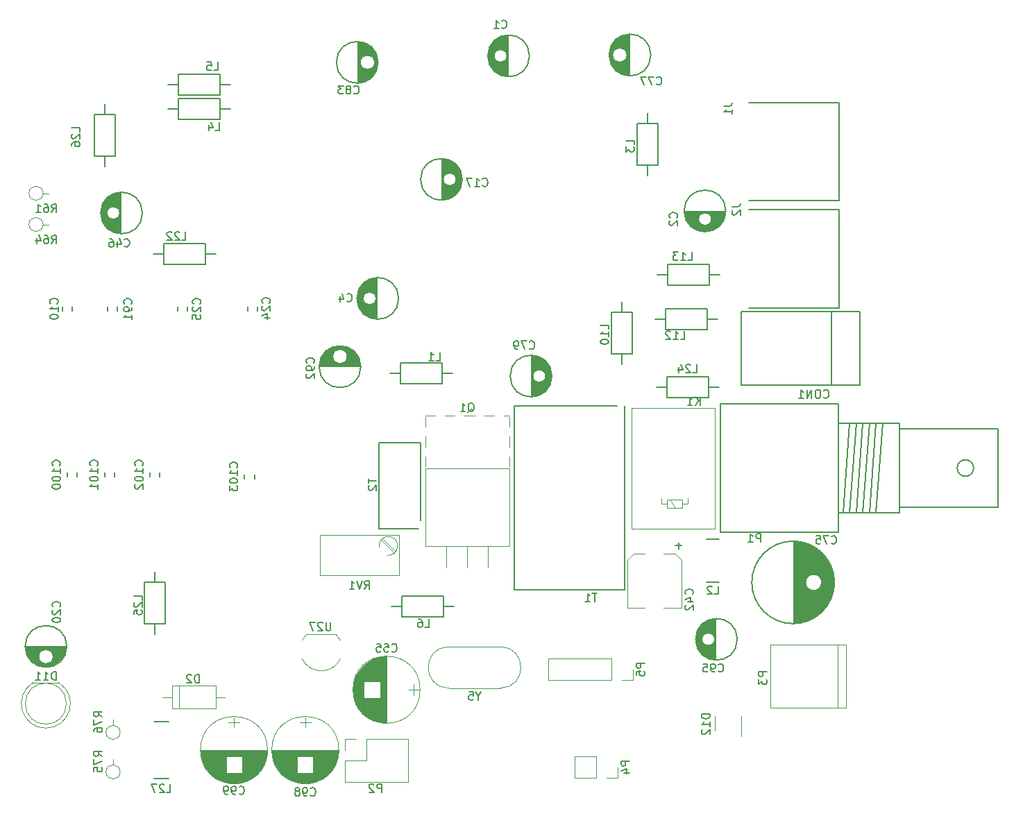
<source format=gbo>
G04 #@! TF.FileFunction,Legend,Bot*
%FSLAX46Y46*%
G04 Gerber Fmt 4.6, Leading zero omitted, Abs format (unit mm)*
G04 Created by KiCad (PCBNEW 4.0.3+e1-6302~38~ubuntu14.04.1-stable) date Wed Jul 12 07:56:50 2017*
%MOMM*%
%LPD*%
G01*
G04 APERTURE LIST*
%ADD10C,0.100000*%
%ADD11C,0.150000*%
%ADD12C,0.120000*%
G04 APERTURE END LIST*
D10*
D11*
X117825000Y-77980000D02*
X105325000Y-77980000D01*
X105325000Y-77980000D02*
X105325000Y-100460000D01*
X105325000Y-100460000D02*
X118835000Y-100460000D01*
X118835000Y-100460000D02*
X118835000Y-77980000D01*
D12*
X144800000Y-107150000D02*
X144800000Y-114850000D01*
X145800000Y-107150000D02*
X145800000Y-114850000D01*
X145800000Y-114850000D02*
X136600000Y-114850000D01*
X136600000Y-114850000D02*
X136600000Y-107150000D01*
X136600000Y-107150000D02*
X145800000Y-107150000D01*
D11*
X129925000Y-104001000D02*
X129925000Y-108999000D01*
X129785000Y-104009000D02*
X129785000Y-106346000D01*
X129785000Y-106654000D02*
X129785000Y-108991000D01*
X129645000Y-104025000D02*
X129645000Y-106027000D01*
X129645000Y-106973000D02*
X129645000Y-108975000D01*
X129505000Y-104049000D02*
X129505000Y-105880000D01*
X129505000Y-107120000D02*
X129505000Y-108951000D01*
X129365000Y-104082000D02*
X129365000Y-105788000D01*
X129365000Y-107212000D02*
X129365000Y-108918000D01*
X129225000Y-104123000D02*
X129225000Y-105732000D01*
X129225000Y-107268000D02*
X129225000Y-108877000D01*
X129085000Y-104173000D02*
X129085000Y-105705000D01*
X129085000Y-107295000D02*
X129085000Y-108827000D01*
X128945000Y-104234000D02*
X128945000Y-105702000D01*
X128945000Y-107298000D02*
X128945000Y-108766000D01*
X128805000Y-104304000D02*
X128805000Y-105724000D01*
X128805000Y-107276000D02*
X128805000Y-108696000D01*
X128665000Y-104386000D02*
X128665000Y-105774000D01*
X128665000Y-107226000D02*
X128665000Y-108614000D01*
X128525000Y-104481000D02*
X128525000Y-105856000D01*
X128525000Y-107144000D02*
X128525000Y-108519000D01*
X128385000Y-104592000D02*
X128385000Y-105988000D01*
X128385000Y-107012000D02*
X128385000Y-108408000D01*
X128245000Y-104720000D02*
X128245000Y-106235000D01*
X128245000Y-106765000D02*
X128245000Y-108280000D01*
X128105000Y-104869000D02*
X128105000Y-108131000D01*
X127965000Y-105048000D02*
X127965000Y-107952000D01*
X127825000Y-105267000D02*
X127825000Y-107733000D01*
X127685000Y-105556000D02*
X127685000Y-107444000D01*
X127545000Y-106028000D02*
X127545000Y-106972000D01*
X129800000Y-106500000D02*
G75*
G03X129800000Y-106500000I-800000J0D01*
G01*
X132537500Y-106500000D02*
G75*
G03X132537500Y-106500000I-2537500J0D01*
G01*
X86250000Y-38599000D02*
X86250000Y-33601000D01*
X86390000Y-38591000D02*
X86390000Y-33609000D01*
X86530000Y-38575000D02*
X86530000Y-36195000D01*
X86530000Y-36005000D02*
X86530000Y-33625000D01*
X86670000Y-38551000D02*
X86670000Y-36590000D01*
X86670000Y-35610000D02*
X86670000Y-33649000D01*
X86810000Y-38518000D02*
X86810000Y-36757000D01*
X86810000Y-35443000D02*
X86810000Y-33682000D01*
X86950000Y-38477000D02*
X86950000Y-36864000D01*
X86950000Y-35336000D02*
X86950000Y-33723000D01*
X87090000Y-38427000D02*
X87090000Y-36935000D01*
X87090000Y-35265000D02*
X87090000Y-33773000D01*
X87230000Y-38366000D02*
X87230000Y-36979000D01*
X87230000Y-35221000D02*
X87230000Y-33834000D01*
X87370000Y-38296000D02*
X87370000Y-36998000D01*
X87370000Y-35202000D02*
X87370000Y-33904000D01*
X87510000Y-38214000D02*
X87510000Y-36996000D01*
X87510000Y-35204000D02*
X87510000Y-33986000D01*
X87650000Y-38119000D02*
X87650000Y-36971000D01*
X87650000Y-35229000D02*
X87650000Y-34081000D01*
X87790000Y-38008000D02*
X87790000Y-36923000D01*
X87790000Y-35277000D02*
X87790000Y-34192000D01*
X87930000Y-37880000D02*
X87930000Y-36845000D01*
X87930000Y-35355000D02*
X87930000Y-34320000D01*
X88070000Y-37731000D02*
X88070000Y-36728000D01*
X88070000Y-35472000D02*
X88070000Y-34469000D01*
X88210000Y-37552000D02*
X88210000Y-36540000D01*
X88210000Y-35660000D02*
X88210000Y-34648000D01*
X88350000Y-37333000D02*
X88350000Y-34867000D01*
X88490000Y-37044000D02*
X88490000Y-35156000D01*
X88630000Y-36572000D02*
X88630000Y-35628000D01*
X88325000Y-36100000D02*
G75*
G03X88325000Y-36100000I-900000J0D01*
G01*
X88712500Y-36100000D02*
G75*
G03X88712500Y-36100000I-2537500J0D01*
G01*
X45701000Y-107435000D02*
X50699000Y-107435000D01*
X45709000Y-107575000D02*
X50691000Y-107575000D01*
X45725000Y-107715000D02*
X48105000Y-107715000D01*
X48295000Y-107715000D02*
X50675000Y-107715000D01*
X45749000Y-107855000D02*
X47710000Y-107855000D01*
X48690000Y-107855000D02*
X50651000Y-107855000D01*
X45782000Y-107995000D02*
X47543000Y-107995000D01*
X48857000Y-107995000D02*
X50618000Y-107995000D01*
X45823000Y-108135000D02*
X47436000Y-108135000D01*
X48964000Y-108135000D02*
X50577000Y-108135000D01*
X45873000Y-108275000D02*
X47365000Y-108275000D01*
X49035000Y-108275000D02*
X50527000Y-108275000D01*
X45934000Y-108415000D02*
X47321000Y-108415000D01*
X49079000Y-108415000D02*
X50466000Y-108415000D01*
X46004000Y-108555000D02*
X47302000Y-108555000D01*
X49098000Y-108555000D02*
X50396000Y-108555000D01*
X46086000Y-108695000D02*
X47304000Y-108695000D01*
X49096000Y-108695000D02*
X50314000Y-108695000D01*
X46181000Y-108835000D02*
X47329000Y-108835000D01*
X49071000Y-108835000D02*
X50219000Y-108835000D01*
X46292000Y-108975000D02*
X47377000Y-108975000D01*
X49023000Y-108975000D02*
X50108000Y-108975000D01*
X46420000Y-109115000D02*
X47455000Y-109115000D01*
X48945000Y-109115000D02*
X49980000Y-109115000D01*
X46569000Y-109255000D02*
X47572000Y-109255000D01*
X48828000Y-109255000D02*
X49831000Y-109255000D01*
X46748000Y-109395000D02*
X47760000Y-109395000D01*
X48640000Y-109395000D02*
X49652000Y-109395000D01*
X46967000Y-109535000D02*
X49433000Y-109535000D01*
X47256000Y-109675000D02*
X49144000Y-109675000D01*
X47728000Y-109815000D02*
X48672000Y-109815000D01*
X49100000Y-108610000D02*
G75*
G03X49100000Y-108610000I-900000J0D01*
G01*
X50737500Y-107360000D02*
G75*
G03X50737500Y-107360000I-2537500J0D01*
G01*
X144950000Y-66050000D02*
X133950000Y-66050000D01*
X144950000Y-54050000D02*
X133950000Y-54050000D01*
X144950000Y-66050000D02*
X144950000Y-54050000D01*
X124040000Y-63270000D02*
X129120000Y-63270000D01*
X129120000Y-63270000D02*
X129120000Y-60730000D01*
X129120000Y-60730000D02*
X124040000Y-60730000D01*
X124040000Y-60730000D02*
X124040000Y-63270000D01*
X124040000Y-62000000D02*
X122770000Y-62000000D01*
X129120000Y-62000000D02*
X130390000Y-62000000D01*
X119375000Y-32701000D02*
X119375000Y-37699000D01*
X119235000Y-32709000D02*
X119235000Y-37691000D01*
X119095000Y-32725000D02*
X119095000Y-35105000D01*
X119095000Y-35295000D02*
X119095000Y-37675000D01*
X118955000Y-32749000D02*
X118955000Y-34710000D01*
X118955000Y-35690000D02*
X118955000Y-37651000D01*
X118815000Y-32782000D02*
X118815000Y-34543000D01*
X118815000Y-35857000D02*
X118815000Y-37618000D01*
X118675000Y-32823000D02*
X118675000Y-34436000D01*
X118675000Y-35964000D02*
X118675000Y-37577000D01*
X118535000Y-32873000D02*
X118535000Y-34365000D01*
X118535000Y-36035000D02*
X118535000Y-37527000D01*
X118395000Y-32934000D02*
X118395000Y-34321000D01*
X118395000Y-36079000D02*
X118395000Y-37466000D01*
X118255000Y-33004000D02*
X118255000Y-34302000D01*
X118255000Y-36098000D02*
X118255000Y-37396000D01*
X118115000Y-33086000D02*
X118115000Y-34304000D01*
X118115000Y-36096000D02*
X118115000Y-37314000D01*
X117975000Y-33181000D02*
X117975000Y-34329000D01*
X117975000Y-36071000D02*
X117975000Y-37219000D01*
X117835000Y-33292000D02*
X117835000Y-34377000D01*
X117835000Y-36023000D02*
X117835000Y-37108000D01*
X117695000Y-33420000D02*
X117695000Y-34455000D01*
X117695000Y-35945000D02*
X117695000Y-36980000D01*
X117555000Y-33569000D02*
X117555000Y-34572000D01*
X117555000Y-35828000D02*
X117555000Y-36831000D01*
X117415000Y-33748000D02*
X117415000Y-34760000D01*
X117415000Y-35640000D02*
X117415000Y-36652000D01*
X117275000Y-33967000D02*
X117275000Y-36433000D01*
X117135000Y-34256000D02*
X117135000Y-36144000D01*
X116995000Y-34728000D02*
X116995000Y-35672000D01*
X119100000Y-35200000D02*
G75*
G03X119100000Y-35200000I-900000J0D01*
G01*
X121987500Y-35200000D02*
G75*
G03X121987500Y-35200000I-2537500J0D01*
G01*
X144950000Y-53000000D02*
X133950000Y-53000000D01*
X144950000Y-41000000D02*
X133950000Y-41000000D01*
X144950000Y-53000000D02*
X144950000Y-41000000D01*
X122870000Y-48660000D02*
X122870000Y-43580000D01*
X122870000Y-43580000D02*
X120330000Y-43580000D01*
X120330000Y-43580000D02*
X120330000Y-48660000D01*
X120330000Y-48660000D02*
X122870000Y-48660000D01*
X121600000Y-48660000D02*
X121600000Y-49930000D01*
X121600000Y-43580000D02*
X121600000Y-42310000D01*
X123790000Y-68720000D02*
X128870000Y-68720000D01*
X128870000Y-68720000D02*
X128870000Y-66180000D01*
X128870000Y-66180000D02*
X123790000Y-66180000D01*
X123790000Y-66180000D02*
X123790000Y-68720000D01*
X123790000Y-67450000D02*
X122520000Y-67450000D01*
X128870000Y-67450000D02*
X130140000Y-67450000D01*
X96560000Y-72760000D02*
X91480000Y-72760000D01*
X91480000Y-72760000D02*
X91480000Y-75300000D01*
X91480000Y-75300000D02*
X96560000Y-75300000D01*
X96560000Y-75300000D02*
X96560000Y-72760000D01*
X96560000Y-74030000D02*
X97830000Y-74030000D01*
X91480000Y-74030000D02*
X90210000Y-74030000D01*
X64390000Y-43070000D02*
X69470000Y-43070000D01*
X69470000Y-43070000D02*
X69470000Y-40530000D01*
X69470000Y-40530000D02*
X64390000Y-40530000D01*
X64390000Y-40530000D02*
X64390000Y-43070000D01*
X64390000Y-41800000D02*
X63120000Y-41800000D01*
X69470000Y-41800000D02*
X70740000Y-41800000D01*
X69460000Y-37530000D02*
X64380000Y-37530000D01*
X64380000Y-37530000D02*
X64380000Y-40070000D01*
X64380000Y-40070000D02*
X69460000Y-40070000D01*
X69460000Y-40070000D02*
X69460000Y-37530000D01*
X69460000Y-38800000D02*
X70730000Y-38800000D01*
X64380000Y-38800000D02*
X63110000Y-38800000D01*
X119745000Y-71660000D02*
X119745000Y-66580000D01*
X119745000Y-66580000D02*
X117205000Y-66580000D01*
X117205000Y-66580000D02*
X117205000Y-71660000D01*
X117205000Y-71660000D02*
X119745000Y-71660000D01*
X118475000Y-71660000D02*
X118475000Y-72930000D01*
X118475000Y-66580000D02*
X118475000Y-65310000D01*
X57350000Y-51976000D02*
X57350000Y-56974000D01*
X57210000Y-51984000D02*
X57210000Y-54321000D01*
X57210000Y-54629000D02*
X57210000Y-56966000D01*
X57070000Y-52000000D02*
X57070000Y-54002000D01*
X57070000Y-54948000D02*
X57070000Y-56950000D01*
X56930000Y-52024000D02*
X56930000Y-53855000D01*
X56930000Y-55095000D02*
X56930000Y-56926000D01*
X56790000Y-52057000D02*
X56790000Y-53763000D01*
X56790000Y-55187000D02*
X56790000Y-56893000D01*
X56650000Y-52098000D02*
X56650000Y-53707000D01*
X56650000Y-55243000D02*
X56650000Y-56852000D01*
X56510000Y-52148000D02*
X56510000Y-53680000D01*
X56510000Y-55270000D02*
X56510000Y-56802000D01*
X56370000Y-52209000D02*
X56370000Y-53677000D01*
X56370000Y-55273000D02*
X56370000Y-56741000D01*
X56230000Y-52279000D02*
X56230000Y-53699000D01*
X56230000Y-55251000D02*
X56230000Y-56671000D01*
X56090000Y-52361000D02*
X56090000Y-53749000D01*
X56090000Y-55201000D02*
X56090000Y-56589000D01*
X55950000Y-52456000D02*
X55950000Y-53831000D01*
X55950000Y-55119000D02*
X55950000Y-56494000D01*
X55810000Y-52567000D02*
X55810000Y-53963000D01*
X55810000Y-54987000D02*
X55810000Y-56383000D01*
X55670000Y-52695000D02*
X55670000Y-54210000D01*
X55670000Y-54740000D02*
X55670000Y-56255000D01*
X55530000Y-52844000D02*
X55530000Y-56106000D01*
X55390000Y-53023000D02*
X55390000Y-55927000D01*
X55250000Y-53242000D02*
X55250000Y-55708000D01*
X55110000Y-53531000D02*
X55110000Y-55419000D01*
X54970000Y-54003000D02*
X54970000Y-54947000D01*
X57225000Y-54475000D02*
G75*
G03X57225000Y-54475000I-800000J0D01*
G01*
X59962500Y-54475000D02*
G75*
G03X59962500Y-54475000I-2537500J0D01*
G01*
X139425000Y-104549000D02*
X139425000Y-94551000D01*
X139565000Y-104545000D02*
X139565000Y-94555000D01*
X139705000Y-104537000D02*
X139705000Y-94563000D01*
X139845000Y-104525000D02*
X139845000Y-94575000D01*
X139985000Y-104510000D02*
X139985000Y-94590000D01*
X140125000Y-104490000D02*
X140125000Y-94610000D01*
X140265000Y-104466000D02*
X140265000Y-94634000D01*
X140405000Y-104437000D02*
X140405000Y-94663000D01*
X140545000Y-104405000D02*
X140545000Y-94695000D01*
X140685000Y-104368000D02*
X140685000Y-94732000D01*
X140825000Y-104327000D02*
X140825000Y-94773000D01*
X140965000Y-104282000D02*
X140965000Y-100016000D01*
X140965000Y-99084000D02*
X140965000Y-94818000D01*
X141105000Y-104232000D02*
X141105000Y-100217000D01*
X141105000Y-98883000D02*
X141105000Y-94868000D01*
X141245000Y-104177000D02*
X141245000Y-100346000D01*
X141245000Y-98754000D02*
X141245000Y-94923000D01*
X141385000Y-104117000D02*
X141385000Y-100435000D01*
X141385000Y-98665000D02*
X141385000Y-94983000D01*
X141525000Y-104052000D02*
X141525000Y-100496000D01*
X141525000Y-98604000D02*
X141525000Y-95048000D01*
X141665000Y-103982000D02*
X141665000Y-100533000D01*
X141665000Y-98567000D02*
X141665000Y-95118000D01*
X141805000Y-103906000D02*
X141805000Y-100549000D01*
X141805000Y-98551000D02*
X141805000Y-95194000D01*
X141945000Y-103824000D02*
X141945000Y-100545000D01*
X141945000Y-98555000D02*
X141945000Y-95276000D01*
X142085000Y-103736000D02*
X142085000Y-100522000D01*
X142085000Y-98578000D02*
X142085000Y-95364000D01*
X142225000Y-103641000D02*
X142225000Y-100477000D01*
X142225000Y-98623000D02*
X142225000Y-95459000D01*
X142365000Y-103539000D02*
X142365000Y-100407000D01*
X142365000Y-98693000D02*
X142365000Y-95561000D01*
X142505000Y-103429000D02*
X142505000Y-100306000D01*
X142505000Y-98794000D02*
X142505000Y-95671000D01*
X142645000Y-103311000D02*
X142645000Y-100157000D01*
X142645000Y-98943000D02*
X142645000Y-95789000D01*
X142785000Y-103183000D02*
X142785000Y-99905000D01*
X142785000Y-99195000D02*
X142785000Y-95917000D01*
X142925000Y-103046000D02*
X142925000Y-96054000D01*
X143065000Y-102896000D02*
X143065000Y-96204000D01*
X143205000Y-102734000D02*
X143205000Y-96366000D01*
X143345000Y-102557000D02*
X143345000Y-96543000D01*
X143485000Y-102361000D02*
X143485000Y-96739000D01*
X143625000Y-102143000D02*
X143625000Y-96957000D01*
X143765000Y-101897000D02*
X143765000Y-97203000D01*
X143905000Y-101612000D02*
X143905000Y-97488000D01*
X144045000Y-101270000D02*
X144045000Y-97830000D01*
X144185000Y-100824000D02*
X144185000Y-98276000D01*
X144325000Y-100049000D02*
X144325000Y-99051000D01*
X142850000Y-99550000D02*
G75*
G03X142850000Y-99550000I-1000000J0D01*
G01*
X144387500Y-99550000D02*
G75*
G03X144387500Y-99550000I-5037500J0D01*
G01*
X144000500Y-66499120D02*
X144000500Y-75500880D01*
X147500620Y-66499120D02*
X147500620Y-75500880D01*
X147500620Y-75500880D02*
X132999760Y-75500880D01*
X132999760Y-75500880D02*
X132999760Y-66499120D01*
X132999760Y-66499120D02*
X147500620Y-66499120D01*
X74040000Y-66450000D02*
X74040000Y-65950000D01*
X72840000Y-65950000D02*
X72840000Y-66450000D01*
X65490000Y-66450000D02*
X65490000Y-65950000D01*
X64290000Y-65950000D02*
X64290000Y-66450000D01*
X67635000Y-58180000D02*
X62555000Y-58180000D01*
X62555000Y-58180000D02*
X62555000Y-60720000D01*
X62555000Y-60720000D02*
X67635000Y-60720000D01*
X67635000Y-60720000D02*
X67635000Y-58180000D01*
X67635000Y-59450000D02*
X68905000Y-59450000D01*
X62555000Y-59450000D02*
X61285000Y-59450000D01*
D12*
X97365000Y-112450000D02*
X103615000Y-112450000D01*
X97365000Y-107400000D02*
X103615000Y-107400000D01*
X97365000Y-107400000D02*
G75*
G03X97365000Y-112450000I0J-2525000D01*
G01*
X103615000Y-107400000D02*
G75*
G02X103615000Y-112450000I0J-2525000D01*
G01*
X87270000Y-118670000D02*
X92410000Y-118670000D01*
X92410000Y-118670000D02*
X92410000Y-123870000D01*
X92410000Y-123870000D02*
X84670000Y-123870000D01*
X84670000Y-123870000D02*
X84670000Y-121270000D01*
X84670000Y-121270000D02*
X87270000Y-121270000D01*
X87270000Y-121270000D02*
X87270000Y-118670000D01*
X86000000Y-118670000D02*
X84670000Y-118670000D01*
X84670000Y-118670000D02*
X84670000Y-120000000D01*
D11*
X51400000Y-66450000D02*
X51400000Y-65950000D01*
X50200000Y-65950000D02*
X50200000Y-66450000D01*
X60230000Y-99540000D02*
X60230000Y-104620000D01*
X60230000Y-104620000D02*
X62770000Y-104620000D01*
X62770000Y-104620000D02*
X62770000Y-99540000D01*
X62770000Y-99540000D02*
X60230000Y-99540000D01*
X61500000Y-99540000D02*
X61500000Y-98270000D01*
X61500000Y-104620000D02*
X61500000Y-105890000D01*
D12*
X48190462Y-117330000D02*
G75*
G02X46645170Y-111780000I-462J2990000D01*
G01*
X48189538Y-117330000D02*
G75*
G03X49734830Y-111780000I462J2990000D01*
G01*
X50690000Y-114340000D02*
G75*
G03X50690000Y-114340000I-2500000J0D01*
G01*
X46645000Y-111780000D02*
X49735000Y-111780000D01*
X115330000Y-123430000D02*
X112730000Y-123430000D01*
X112730000Y-123430000D02*
X112730000Y-120770000D01*
X112730000Y-120770000D02*
X115330000Y-120770000D01*
X115330000Y-120770000D02*
X115330000Y-123430000D01*
X116600000Y-123430000D02*
X117930000Y-123430000D01*
X117930000Y-123430000D02*
X117930000Y-122100000D01*
X117180000Y-111505000D02*
X109500000Y-111505000D01*
X109500000Y-111505000D02*
X109500000Y-108845000D01*
X109500000Y-108845000D02*
X117180000Y-108845000D01*
X117180000Y-108845000D02*
X117180000Y-111505000D01*
X118450000Y-111505000D02*
X119780000Y-111505000D01*
X119780000Y-111505000D02*
X119780000Y-110175000D01*
X129790000Y-117680000D02*
X129790000Y-115880000D01*
X133010000Y-115880000D02*
X133010000Y-118330000D01*
X119634000Y-78232000D02*
X119634000Y-92964000D01*
X119634000Y-92964000D02*
X129794000Y-92964000D01*
X129794000Y-92964000D02*
X129794000Y-78232000D01*
X129794000Y-78232000D02*
X119634000Y-78232000D01*
X124308000Y-89408000D02*
X124943000Y-90424000D01*
X126492000Y-89281000D02*
X126492000Y-89916000D01*
X126492000Y-89916000D02*
X125832000Y-89916000D01*
X123292000Y-89281000D02*
X123292000Y-89916000D01*
X123292000Y-89916000D02*
X123927000Y-89916000D01*
X123927000Y-89408000D02*
X125832000Y-89408000D01*
X125832000Y-89408000D02*
X125832000Y-90424000D01*
X125832000Y-90424000D02*
X123927000Y-90424000D01*
X123927000Y-89408000D02*
X123927000Y-90424000D01*
D11*
X149468840Y-91097100D02*
X150268940Y-80098900D01*
X148668740Y-91097100D02*
X149468840Y-80098900D01*
X147868640Y-91097100D02*
X148668740Y-80098900D01*
X147068540Y-91097100D02*
X147868640Y-80098900D01*
X146268440Y-91097100D02*
X147068540Y-80098900D01*
X145468340Y-91097100D02*
X146268440Y-80098900D01*
X161368740Y-85598000D02*
G75*
G03X161368740Y-85598000I-1000760J0D01*
G01*
X152366980Y-80797400D02*
X164368480Y-80797400D01*
X164368480Y-80797400D02*
X164368480Y-90398600D01*
X164368480Y-90398600D02*
X152366980Y-90398600D01*
X144868900Y-80098900D02*
X152366980Y-80098900D01*
X152366980Y-80098900D02*
X152366980Y-91097100D01*
X152366980Y-91097100D02*
X144868900Y-91097100D01*
X130467100Y-93398340D02*
X130467100Y-77797660D01*
X130467100Y-77797660D02*
X144868900Y-77797660D01*
X144868900Y-77797660D02*
X144868900Y-93398340D01*
X144868900Y-93398340D02*
X130467100Y-93398340D01*
D12*
X94470000Y-95110000D02*
X104710000Y-95110000D01*
X94470000Y-85620000D02*
X104710000Y-85620000D01*
X94470000Y-95110000D02*
X94470000Y-85620000D01*
X104710000Y-95110000D02*
X104710000Y-85620000D01*
X94470000Y-79220000D02*
X95670000Y-79220000D01*
X96869000Y-79220000D02*
X98070000Y-79220000D01*
X99270000Y-79220000D02*
X100470000Y-79220000D01*
X101670000Y-79220000D02*
X102870000Y-79220000D01*
X104070000Y-79220000D02*
X104710000Y-79220000D01*
X94470000Y-85380000D02*
X94470000Y-84180000D01*
X94470000Y-82980000D02*
X94470000Y-81780000D01*
X94470000Y-80580000D02*
X94470000Y-79380000D01*
X104710000Y-85380000D02*
X104710000Y-84180000D01*
X104710000Y-82980000D02*
X104710000Y-81780000D01*
X104710000Y-80580000D02*
X104710000Y-79380000D01*
X97050000Y-97750000D02*
X97050000Y-95110000D01*
X99590000Y-97734000D02*
X99590000Y-95110000D01*
X102130000Y-97734000D02*
X102130000Y-95110000D01*
D11*
X128810000Y-94300000D02*
X130310000Y-94300000D01*
X128810000Y-99500000D02*
X130310000Y-99500000D01*
D12*
X124950000Y-96050000D02*
X123530000Y-96050000D01*
X125710000Y-102650000D02*
X123530000Y-102650000D01*
X119110000Y-102650000D02*
X121290000Y-102650000D01*
X119870000Y-96050000D02*
X121290000Y-96050000D01*
X125710000Y-102650000D02*
X125710000Y-96810000D01*
X125710000Y-96810000D02*
X124950000Y-96050000D01*
X119870000Y-96050000D02*
X119110000Y-96810000D01*
X119110000Y-96810000D02*
X119110000Y-102650000D01*
D11*
X96710000Y-101180000D02*
X91630000Y-101180000D01*
X91630000Y-101180000D02*
X91630000Y-103720000D01*
X91630000Y-103720000D02*
X96710000Y-103720000D01*
X96710000Y-103720000D02*
X96710000Y-101180000D01*
X96710000Y-102450000D02*
X97980000Y-102450000D01*
X91630000Y-102450000D02*
X90360000Y-102450000D01*
X93870000Y-92000000D02*
X93880000Y-82500000D01*
X93880000Y-82500000D02*
X88840000Y-82500000D01*
X88840000Y-82500000D02*
X88840000Y-93010000D01*
X88840000Y-93010000D02*
X93680000Y-93010000D01*
D12*
X89914691Y-96254296D02*
G75*
G03X89955000Y-93945000I40309J1154296D01*
G01*
X89975121Y-93945948D02*
G75*
G03X88826000Y-95340000I-20121J-1154052D01*
G01*
X81635000Y-98720000D02*
X91285000Y-98720000D01*
X81635000Y-93769000D02*
X91285000Y-93769000D01*
X81635000Y-98720000D02*
X81635000Y-93769000D01*
X91285000Y-98720000D02*
X91285000Y-93769000D01*
X90831000Y-95834000D02*
X89220000Y-94224000D01*
X90691000Y-95975000D02*
X89079000Y-94365000D01*
X79990000Y-105900000D02*
X83590000Y-105900000D01*
X79465816Y-106627205D02*
G75*
G02X79990000Y-105900000I2324184J-1122795D01*
G01*
X79433600Y-108848807D02*
G75*
G03X81790000Y-110350000I2356400J1098807D01*
G01*
X84146400Y-108848807D02*
G75*
G02X81790000Y-110350000I-2356400J1098807D01*
G01*
X84114184Y-106627205D02*
G75*
G03X83590000Y-105900000I-2324184J-1122795D01*
G01*
D11*
X123940000Y-76970000D02*
X129020000Y-76970000D01*
X129020000Y-76970000D02*
X129020000Y-74430000D01*
X129020000Y-74430000D02*
X123940000Y-74430000D01*
X123940000Y-74430000D02*
X123940000Y-76970000D01*
X123940000Y-75700000D02*
X122670000Y-75700000D01*
X129020000Y-75700000D02*
X130290000Y-75700000D01*
X56940000Y-66450000D02*
X56940000Y-65950000D01*
X55740000Y-65950000D02*
X55740000Y-66450000D01*
X86569000Y-73165000D02*
X81571000Y-73165000D01*
X86561000Y-73025000D02*
X81579000Y-73025000D01*
X86545000Y-72885000D02*
X84165000Y-72885000D01*
X83975000Y-72885000D02*
X81595000Y-72885000D01*
X86521000Y-72745000D02*
X84560000Y-72745000D01*
X83580000Y-72745000D02*
X81619000Y-72745000D01*
X86488000Y-72605000D02*
X84727000Y-72605000D01*
X83413000Y-72605000D02*
X81652000Y-72605000D01*
X86447000Y-72465000D02*
X84834000Y-72465000D01*
X83306000Y-72465000D02*
X81693000Y-72465000D01*
X86397000Y-72325000D02*
X84905000Y-72325000D01*
X83235000Y-72325000D02*
X81743000Y-72325000D01*
X86336000Y-72185000D02*
X84949000Y-72185000D01*
X83191000Y-72185000D02*
X81804000Y-72185000D01*
X86266000Y-72045000D02*
X84968000Y-72045000D01*
X83172000Y-72045000D02*
X81874000Y-72045000D01*
X86184000Y-71905000D02*
X84966000Y-71905000D01*
X83174000Y-71905000D02*
X81956000Y-71905000D01*
X86089000Y-71765000D02*
X84941000Y-71765000D01*
X83199000Y-71765000D02*
X82051000Y-71765000D01*
X85978000Y-71625000D02*
X84893000Y-71625000D01*
X83247000Y-71625000D02*
X82162000Y-71625000D01*
X85850000Y-71485000D02*
X84815000Y-71485000D01*
X83325000Y-71485000D02*
X82290000Y-71485000D01*
X85701000Y-71345000D02*
X84698000Y-71345000D01*
X83442000Y-71345000D02*
X82439000Y-71345000D01*
X85522000Y-71205000D02*
X84510000Y-71205000D01*
X83630000Y-71205000D02*
X82618000Y-71205000D01*
X85303000Y-71065000D02*
X82837000Y-71065000D01*
X85014000Y-70925000D02*
X83126000Y-70925000D01*
X84542000Y-70785000D02*
X83598000Y-70785000D01*
X84970000Y-71990000D02*
G75*
G03X84970000Y-71990000I-900000J0D01*
G01*
X86607500Y-73240000D02*
G75*
G03X86607500Y-73240000I-2537500J0D01*
G01*
X54102000Y-42418000D02*
X54102000Y-47498000D01*
X54102000Y-47498000D02*
X56642000Y-47498000D01*
X56642000Y-47498000D02*
X56642000Y-42418000D01*
X56642000Y-42418000D02*
X54102000Y-42418000D01*
X55372000Y-42418000D02*
X55372000Y-41148000D01*
X55372000Y-47498000D02*
X55372000Y-48768000D01*
D12*
X75790000Y-120010000D02*
X83890000Y-120010000D01*
X75790000Y-120050000D02*
X83890000Y-120050000D01*
X75790000Y-120090000D02*
X83890000Y-120090000D01*
X75791000Y-120130000D02*
X83889000Y-120130000D01*
X75793000Y-120170000D02*
X83887000Y-120170000D01*
X75794000Y-120210000D02*
X83886000Y-120210000D01*
X75797000Y-120250000D02*
X83883000Y-120250000D01*
X75799000Y-120290000D02*
X83881000Y-120290000D01*
X75802000Y-120330000D02*
X83878000Y-120330000D01*
X75805000Y-120370000D02*
X83875000Y-120370000D01*
X75809000Y-120410000D02*
X83871000Y-120410000D01*
X75813000Y-120450000D02*
X83867000Y-120450000D01*
X75818000Y-120490000D02*
X83862000Y-120490000D01*
X75823000Y-120530000D02*
X83857000Y-120530000D01*
X75828000Y-120570000D02*
X83852000Y-120570000D01*
X75834000Y-120610000D02*
X83846000Y-120610000D01*
X75840000Y-120650000D02*
X83840000Y-120650000D01*
X75846000Y-120690000D02*
X83834000Y-120690000D01*
X75853000Y-120731000D02*
X83827000Y-120731000D01*
X75861000Y-120771000D02*
X83819000Y-120771000D01*
X75869000Y-120811000D02*
X78860000Y-120811000D01*
X80820000Y-120811000D02*
X83811000Y-120811000D01*
X75877000Y-120851000D02*
X78860000Y-120851000D01*
X80820000Y-120851000D02*
X83803000Y-120851000D01*
X75885000Y-120891000D02*
X78860000Y-120891000D01*
X80820000Y-120891000D02*
X83795000Y-120891000D01*
X75894000Y-120931000D02*
X78860000Y-120931000D01*
X80820000Y-120931000D02*
X83786000Y-120931000D01*
X75904000Y-120971000D02*
X78860000Y-120971000D01*
X80820000Y-120971000D02*
X83776000Y-120971000D01*
X75914000Y-121011000D02*
X78860000Y-121011000D01*
X80820000Y-121011000D02*
X83766000Y-121011000D01*
X75924000Y-121051000D02*
X78860000Y-121051000D01*
X80820000Y-121051000D02*
X83756000Y-121051000D01*
X75935000Y-121091000D02*
X78860000Y-121091000D01*
X80820000Y-121091000D02*
X83745000Y-121091000D01*
X75946000Y-121131000D02*
X78860000Y-121131000D01*
X80820000Y-121131000D02*
X83734000Y-121131000D01*
X75957000Y-121171000D02*
X78860000Y-121171000D01*
X80820000Y-121171000D02*
X83723000Y-121171000D01*
X75970000Y-121211000D02*
X78860000Y-121211000D01*
X80820000Y-121211000D02*
X83710000Y-121211000D01*
X75982000Y-121251000D02*
X78860000Y-121251000D01*
X80820000Y-121251000D02*
X83698000Y-121251000D01*
X75995000Y-121291000D02*
X78860000Y-121291000D01*
X80820000Y-121291000D02*
X83685000Y-121291000D01*
X76008000Y-121331000D02*
X78860000Y-121331000D01*
X80820000Y-121331000D02*
X83672000Y-121331000D01*
X76022000Y-121371000D02*
X78860000Y-121371000D01*
X80820000Y-121371000D02*
X83658000Y-121371000D01*
X76037000Y-121411000D02*
X78860000Y-121411000D01*
X80820000Y-121411000D02*
X83643000Y-121411000D01*
X76051000Y-121451000D02*
X78860000Y-121451000D01*
X80820000Y-121451000D02*
X83629000Y-121451000D01*
X76067000Y-121491000D02*
X78860000Y-121491000D01*
X80820000Y-121491000D02*
X83613000Y-121491000D01*
X76082000Y-121531000D02*
X78860000Y-121531000D01*
X80820000Y-121531000D02*
X83598000Y-121531000D01*
X76099000Y-121571000D02*
X78860000Y-121571000D01*
X80820000Y-121571000D02*
X83581000Y-121571000D01*
X76115000Y-121611000D02*
X78860000Y-121611000D01*
X80820000Y-121611000D02*
X83565000Y-121611000D01*
X76133000Y-121651000D02*
X78860000Y-121651000D01*
X80820000Y-121651000D02*
X83547000Y-121651000D01*
X76150000Y-121691000D02*
X78860000Y-121691000D01*
X80820000Y-121691000D02*
X83530000Y-121691000D01*
X76169000Y-121731000D02*
X78860000Y-121731000D01*
X80820000Y-121731000D02*
X83511000Y-121731000D01*
X76188000Y-121771000D02*
X78860000Y-121771000D01*
X80820000Y-121771000D02*
X83492000Y-121771000D01*
X76207000Y-121811000D02*
X78860000Y-121811000D01*
X80820000Y-121811000D02*
X83473000Y-121811000D01*
X76227000Y-121851000D02*
X78860000Y-121851000D01*
X80820000Y-121851000D02*
X83453000Y-121851000D01*
X76247000Y-121891000D02*
X78860000Y-121891000D01*
X80820000Y-121891000D02*
X83433000Y-121891000D01*
X76268000Y-121931000D02*
X78860000Y-121931000D01*
X80820000Y-121931000D02*
X83412000Y-121931000D01*
X76290000Y-121971000D02*
X78860000Y-121971000D01*
X80820000Y-121971000D02*
X83390000Y-121971000D01*
X76312000Y-122011000D02*
X78860000Y-122011000D01*
X80820000Y-122011000D02*
X83368000Y-122011000D01*
X76335000Y-122051000D02*
X78860000Y-122051000D01*
X80820000Y-122051000D02*
X83345000Y-122051000D01*
X76358000Y-122091000D02*
X78860000Y-122091000D01*
X80820000Y-122091000D02*
X83322000Y-122091000D01*
X76382000Y-122131000D02*
X78860000Y-122131000D01*
X80820000Y-122131000D02*
X83298000Y-122131000D01*
X76406000Y-122171000D02*
X78860000Y-122171000D01*
X80820000Y-122171000D02*
X83274000Y-122171000D01*
X76432000Y-122211000D02*
X78860000Y-122211000D01*
X80820000Y-122211000D02*
X83248000Y-122211000D01*
X76457000Y-122251000D02*
X78860000Y-122251000D01*
X80820000Y-122251000D02*
X83223000Y-122251000D01*
X76484000Y-122291000D02*
X78860000Y-122291000D01*
X80820000Y-122291000D02*
X83196000Y-122291000D01*
X76511000Y-122331000D02*
X78860000Y-122331000D01*
X80820000Y-122331000D02*
X83169000Y-122331000D01*
X76539000Y-122371000D02*
X78860000Y-122371000D01*
X80820000Y-122371000D02*
X83141000Y-122371000D01*
X76568000Y-122411000D02*
X78860000Y-122411000D01*
X80820000Y-122411000D02*
X83112000Y-122411000D01*
X76597000Y-122451000D02*
X78860000Y-122451000D01*
X80820000Y-122451000D02*
X83083000Y-122451000D01*
X76627000Y-122491000D02*
X78860000Y-122491000D01*
X80820000Y-122491000D02*
X83053000Y-122491000D01*
X76658000Y-122531000D02*
X78860000Y-122531000D01*
X80820000Y-122531000D02*
X83022000Y-122531000D01*
X76690000Y-122571000D02*
X78860000Y-122571000D01*
X80820000Y-122571000D02*
X82990000Y-122571000D01*
X76722000Y-122611000D02*
X78860000Y-122611000D01*
X80820000Y-122611000D02*
X82958000Y-122611000D01*
X76756000Y-122651000D02*
X78860000Y-122651000D01*
X80820000Y-122651000D02*
X82924000Y-122651000D01*
X76790000Y-122691000D02*
X78860000Y-122691000D01*
X80820000Y-122691000D02*
X82890000Y-122691000D01*
X76825000Y-122731000D02*
X78860000Y-122731000D01*
X80820000Y-122731000D02*
X82855000Y-122731000D01*
X76861000Y-122771000D02*
X82819000Y-122771000D01*
X76898000Y-122811000D02*
X82782000Y-122811000D01*
X76936000Y-122851000D02*
X82744000Y-122851000D01*
X76975000Y-122891000D02*
X82705000Y-122891000D01*
X77016000Y-122931000D02*
X82664000Y-122931000D01*
X77057000Y-122971000D02*
X82623000Y-122971000D01*
X77100000Y-123011000D02*
X82580000Y-123011000D01*
X77143000Y-123051000D02*
X82537000Y-123051000D01*
X77188000Y-123091000D02*
X82492000Y-123091000D01*
X77235000Y-123131000D02*
X82445000Y-123131000D01*
X77283000Y-123171000D02*
X82397000Y-123171000D01*
X77332000Y-123211000D02*
X82348000Y-123211000D01*
X77383000Y-123251000D02*
X82297000Y-123251000D01*
X77436000Y-123291000D02*
X82244000Y-123291000D01*
X77491000Y-123331000D02*
X82189000Y-123331000D01*
X77547000Y-123371000D02*
X82133000Y-123371000D01*
X77606000Y-123411000D02*
X82074000Y-123411000D01*
X77667000Y-123451000D02*
X82013000Y-123451000D01*
X77731000Y-123491000D02*
X81949000Y-123491000D01*
X77797000Y-123531000D02*
X81883000Y-123531000D01*
X77866000Y-123571000D02*
X81814000Y-123571000D01*
X77938000Y-123611000D02*
X81742000Y-123611000D01*
X78014000Y-123651000D02*
X81666000Y-123651000D01*
X78095000Y-123691000D02*
X81585000Y-123691000D01*
X78180000Y-123731000D02*
X81500000Y-123731000D01*
X78270000Y-123771000D02*
X81410000Y-123771000D01*
X78367000Y-123811000D02*
X81313000Y-123811000D01*
X78471000Y-123851000D02*
X81209000Y-123851000D01*
X78586000Y-123891000D02*
X81094000Y-123891000D01*
X78713000Y-123931000D02*
X80967000Y-123931000D01*
X78857000Y-123971000D02*
X80823000Y-123971000D01*
X79026000Y-124011000D02*
X80654000Y-124011000D01*
X79242000Y-124051000D02*
X80438000Y-124051000D01*
X79594000Y-124091000D02*
X80086000Y-124091000D01*
X79840000Y-116060000D02*
X79840000Y-117260000D01*
X79190000Y-116660000D02*
X80490000Y-116660000D01*
X83930000Y-120010000D02*
G75*
G03X83930000Y-120010000I-4090000J0D01*
G01*
X89750000Y-108600000D02*
X89750000Y-116700000D01*
X89710000Y-108600000D02*
X89710000Y-116700000D01*
X89670000Y-108600000D02*
X89670000Y-116700000D01*
X89630000Y-108601000D02*
X89630000Y-116699000D01*
X89590000Y-108603000D02*
X89590000Y-116697000D01*
X89550000Y-108604000D02*
X89550000Y-116696000D01*
X89510000Y-108607000D02*
X89510000Y-116693000D01*
X89470000Y-108609000D02*
X89470000Y-116691000D01*
X89430000Y-108612000D02*
X89430000Y-116688000D01*
X89390000Y-108615000D02*
X89390000Y-116685000D01*
X89350000Y-108619000D02*
X89350000Y-116681000D01*
X89310000Y-108623000D02*
X89310000Y-116677000D01*
X89270000Y-108628000D02*
X89270000Y-116672000D01*
X89230000Y-108633000D02*
X89230000Y-116667000D01*
X89190000Y-108638000D02*
X89190000Y-116662000D01*
X89150000Y-108644000D02*
X89150000Y-116656000D01*
X89110000Y-108650000D02*
X89110000Y-116650000D01*
X89070000Y-108656000D02*
X89070000Y-116644000D01*
X89029000Y-108663000D02*
X89029000Y-116637000D01*
X88989000Y-108671000D02*
X88989000Y-116629000D01*
X88949000Y-108679000D02*
X88949000Y-111670000D01*
X88949000Y-113630000D02*
X88949000Y-116621000D01*
X88909000Y-108687000D02*
X88909000Y-111670000D01*
X88909000Y-113630000D02*
X88909000Y-116613000D01*
X88869000Y-108695000D02*
X88869000Y-111670000D01*
X88869000Y-113630000D02*
X88869000Y-116605000D01*
X88829000Y-108704000D02*
X88829000Y-111670000D01*
X88829000Y-113630000D02*
X88829000Y-116596000D01*
X88789000Y-108714000D02*
X88789000Y-111670000D01*
X88789000Y-113630000D02*
X88789000Y-116586000D01*
X88749000Y-108724000D02*
X88749000Y-111670000D01*
X88749000Y-113630000D02*
X88749000Y-116576000D01*
X88709000Y-108734000D02*
X88709000Y-111670000D01*
X88709000Y-113630000D02*
X88709000Y-116566000D01*
X88669000Y-108745000D02*
X88669000Y-111670000D01*
X88669000Y-113630000D02*
X88669000Y-116555000D01*
X88629000Y-108756000D02*
X88629000Y-111670000D01*
X88629000Y-113630000D02*
X88629000Y-116544000D01*
X88589000Y-108767000D02*
X88589000Y-111670000D01*
X88589000Y-113630000D02*
X88589000Y-116533000D01*
X88549000Y-108780000D02*
X88549000Y-111670000D01*
X88549000Y-113630000D02*
X88549000Y-116520000D01*
X88509000Y-108792000D02*
X88509000Y-111670000D01*
X88509000Y-113630000D02*
X88509000Y-116508000D01*
X88469000Y-108805000D02*
X88469000Y-111670000D01*
X88469000Y-113630000D02*
X88469000Y-116495000D01*
X88429000Y-108818000D02*
X88429000Y-111670000D01*
X88429000Y-113630000D02*
X88429000Y-116482000D01*
X88389000Y-108832000D02*
X88389000Y-111670000D01*
X88389000Y-113630000D02*
X88389000Y-116468000D01*
X88349000Y-108847000D02*
X88349000Y-111670000D01*
X88349000Y-113630000D02*
X88349000Y-116453000D01*
X88309000Y-108861000D02*
X88309000Y-111670000D01*
X88309000Y-113630000D02*
X88309000Y-116439000D01*
X88269000Y-108877000D02*
X88269000Y-111670000D01*
X88269000Y-113630000D02*
X88269000Y-116423000D01*
X88229000Y-108892000D02*
X88229000Y-111670000D01*
X88229000Y-113630000D02*
X88229000Y-116408000D01*
X88189000Y-108909000D02*
X88189000Y-111670000D01*
X88189000Y-113630000D02*
X88189000Y-116391000D01*
X88149000Y-108925000D02*
X88149000Y-111670000D01*
X88149000Y-113630000D02*
X88149000Y-116375000D01*
X88109000Y-108943000D02*
X88109000Y-111670000D01*
X88109000Y-113630000D02*
X88109000Y-116357000D01*
X88069000Y-108960000D02*
X88069000Y-111670000D01*
X88069000Y-113630000D02*
X88069000Y-116340000D01*
X88029000Y-108979000D02*
X88029000Y-111670000D01*
X88029000Y-113630000D02*
X88029000Y-116321000D01*
X87989000Y-108998000D02*
X87989000Y-111670000D01*
X87989000Y-113630000D02*
X87989000Y-116302000D01*
X87949000Y-109017000D02*
X87949000Y-111670000D01*
X87949000Y-113630000D02*
X87949000Y-116283000D01*
X87909000Y-109037000D02*
X87909000Y-111670000D01*
X87909000Y-113630000D02*
X87909000Y-116263000D01*
X87869000Y-109057000D02*
X87869000Y-111670000D01*
X87869000Y-113630000D02*
X87869000Y-116243000D01*
X87829000Y-109078000D02*
X87829000Y-111670000D01*
X87829000Y-113630000D02*
X87829000Y-116222000D01*
X87789000Y-109100000D02*
X87789000Y-111670000D01*
X87789000Y-113630000D02*
X87789000Y-116200000D01*
X87749000Y-109122000D02*
X87749000Y-111670000D01*
X87749000Y-113630000D02*
X87749000Y-116178000D01*
X87709000Y-109145000D02*
X87709000Y-111670000D01*
X87709000Y-113630000D02*
X87709000Y-116155000D01*
X87669000Y-109168000D02*
X87669000Y-111670000D01*
X87669000Y-113630000D02*
X87669000Y-116132000D01*
X87629000Y-109192000D02*
X87629000Y-111670000D01*
X87629000Y-113630000D02*
X87629000Y-116108000D01*
X87589000Y-109216000D02*
X87589000Y-111670000D01*
X87589000Y-113630000D02*
X87589000Y-116084000D01*
X87549000Y-109242000D02*
X87549000Y-111670000D01*
X87549000Y-113630000D02*
X87549000Y-116058000D01*
X87509000Y-109267000D02*
X87509000Y-111670000D01*
X87509000Y-113630000D02*
X87509000Y-116033000D01*
X87469000Y-109294000D02*
X87469000Y-111670000D01*
X87469000Y-113630000D02*
X87469000Y-116006000D01*
X87429000Y-109321000D02*
X87429000Y-111670000D01*
X87429000Y-113630000D02*
X87429000Y-115979000D01*
X87389000Y-109349000D02*
X87389000Y-111670000D01*
X87389000Y-113630000D02*
X87389000Y-115951000D01*
X87349000Y-109378000D02*
X87349000Y-111670000D01*
X87349000Y-113630000D02*
X87349000Y-115922000D01*
X87309000Y-109407000D02*
X87309000Y-111670000D01*
X87309000Y-113630000D02*
X87309000Y-115893000D01*
X87269000Y-109437000D02*
X87269000Y-111670000D01*
X87269000Y-113630000D02*
X87269000Y-115863000D01*
X87229000Y-109468000D02*
X87229000Y-111670000D01*
X87229000Y-113630000D02*
X87229000Y-115832000D01*
X87189000Y-109500000D02*
X87189000Y-111670000D01*
X87189000Y-113630000D02*
X87189000Y-115800000D01*
X87149000Y-109532000D02*
X87149000Y-111670000D01*
X87149000Y-113630000D02*
X87149000Y-115768000D01*
X87109000Y-109566000D02*
X87109000Y-111670000D01*
X87109000Y-113630000D02*
X87109000Y-115734000D01*
X87069000Y-109600000D02*
X87069000Y-111670000D01*
X87069000Y-113630000D02*
X87069000Y-115700000D01*
X87029000Y-109635000D02*
X87029000Y-111670000D01*
X87029000Y-113630000D02*
X87029000Y-115665000D01*
X86989000Y-109671000D02*
X86989000Y-115629000D01*
X86949000Y-109708000D02*
X86949000Y-115592000D01*
X86909000Y-109746000D02*
X86909000Y-115554000D01*
X86869000Y-109785000D02*
X86869000Y-115515000D01*
X86829000Y-109826000D02*
X86829000Y-115474000D01*
X86789000Y-109867000D02*
X86789000Y-115433000D01*
X86749000Y-109910000D02*
X86749000Y-115390000D01*
X86709000Y-109953000D02*
X86709000Y-115347000D01*
X86669000Y-109998000D02*
X86669000Y-115302000D01*
X86629000Y-110045000D02*
X86629000Y-115255000D01*
X86589000Y-110093000D02*
X86589000Y-115207000D01*
X86549000Y-110142000D02*
X86549000Y-115158000D01*
X86509000Y-110193000D02*
X86509000Y-115107000D01*
X86469000Y-110246000D02*
X86469000Y-115054000D01*
X86429000Y-110301000D02*
X86429000Y-114999000D01*
X86389000Y-110357000D02*
X86389000Y-114943000D01*
X86349000Y-110416000D02*
X86349000Y-114884000D01*
X86309000Y-110477000D02*
X86309000Y-114823000D01*
X86269000Y-110541000D02*
X86269000Y-114759000D01*
X86229000Y-110607000D02*
X86229000Y-114693000D01*
X86189000Y-110676000D02*
X86189000Y-114624000D01*
X86149000Y-110748000D02*
X86149000Y-114552000D01*
X86109000Y-110824000D02*
X86109000Y-114476000D01*
X86069000Y-110905000D02*
X86069000Y-114395000D01*
X86029000Y-110990000D02*
X86029000Y-114310000D01*
X85989000Y-111080000D02*
X85989000Y-114220000D01*
X85949000Y-111177000D02*
X85949000Y-114123000D01*
X85909000Y-111281000D02*
X85909000Y-114019000D01*
X85869000Y-111396000D02*
X85869000Y-113904000D01*
X85829000Y-111523000D02*
X85829000Y-113777000D01*
X85789000Y-111667000D02*
X85789000Y-113633000D01*
X85749000Y-111836000D02*
X85749000Y-113464000D01*
X85709000Y-112052000D02*
X85709000Y-113248000D01*
X85669000Y-112404000D02*
X85669000Y-112896000D01*
X93700000Y-112650000D02*
X92500000Y-112650000D01*
X93100000Y-112000000D02*
X93100000Y-113300000D01*
X93840000Y-112650000D02*
G75*
G03X93840000Y-112650000I-4090000J0D01*
G01*
X67090000Y-120010000D02*
X75190000Y-120010000D01*
X67090000Y-120050000D02*
X75190000Y-120050000D01*
X67090000Y-120090000D02*
X75190000Y-120090000D01*
X67091000Y-120130000D02*
X75189000Y-120130000D01*
X67093000Y-120170000D02*
X75187000Y-120170000D01*
X67094000Y-120210000D02*
X75186000Y-120210000D01*
X67097000Y-120250000D02*
X75183000Y-120250000D01*
X67099000Y-120290000D02*
X75181000Y-120290000D01*
X67102000Y-120330000D02*
X75178000Y-120330000D01*
X67105000Y-120370000D02*
X75175000Y-120370000D01*
X67109000Y-120410000D02*
X75171000Y-120410000D01*
X67113000Y-120450000D02*
X75167000Y-120450000D01*
X67118000Y-120490000D02*
X75162000Y-120490000D01*
X67123000Y-120530000D02*
X75157000Y-120530000D01*
X67128000Y-120570000D02*
X75152000Y-120570000D01*
X67134000Y-120610000D02*
X75146000Y-120610000D01*
X67140000Y-120650000D02*
X75140000Y-120650000D01*
X67146000Y-120690000D02*
X75134000Y-120690000D01*
X67153000Y-120731000D02*
X75127000Y-120731000D01*
X67161000Y-120771000D02*
X75119000Y-120771000D01*
X67169000Y-120811000D02*
X70160000Y-120811000D01*
X72120000Y-120811000D02*
X75111000Y-120811000D01*
X67177000Y-120851000D02*
X70160000Y-120851000D01*
X72120000Y-120851000D02*
X75103000Y-120851000D01*
X67185000Y-120891000D02*
X70160000Y-120891000D01*
X72120000Y-120891000D02*
X75095000Y-120891000D01*
X67194000Y-120931000D02*
X70160000Y-120931000D01*
X72120000Y-120931000D02*
X75086000Y-120931000D01*
X67204000Y-120971000D02*
X70160000Y-120971000D01*
X72120000Y-120971000D02*
X75076000Y-120971000D01*
X67214000Y-121011000D02*
X70160000Y-121011000D01*
X72120000Y-121011000D02*
X75066000Y-121011000D01*
X67224000Y-121051000D02*
X70160000Y-121051000D01*
X72120000Y-121051000D02*
X75056000Y-121051000D01*
X67235000Y-121091000D02*
X70160000Y-121091000D01*
X72120000Y-121091000D02*
X75045000Y-121091000D01*
X67246000Y-121131000D02*
X70160000Y-121131000D01*
X72120000Y-121131000D02*
X75034000Y-121131000D01*
X67257000Y-121171000D02*
X70160000Y-121171000D01*
X72120000Y-121171000D02*
X75023000Y-121171000D01*
X67270000Y-121211000D02*
X70160000Y-121211000D01*
X72120000Y-121211000D02*
X75010000Y-121211000D01*
X67282000Y-121251000D02*
X70160000Y-121251000D01*
X72120000Y-121251000D02*
X74998000Y-121251000D01*
X67295000Y-121291000D02*
X70160000Y-121291000D01*
X72120000Y-121291000D02*
X74985000Y-121291000D01*
X67308000Y-121331000D02*
X70160000Y-121331000D01*
X72120000Y-121331000D02*
X74972000Y-121331000D01*
X67322000Y-121371000D02*
X70160000Y-121371000D01*
X72120000Y-121371000D02*
X74958000Y-121371000D01*
X67337000Y-121411000D02*
X70160000Y-121411000D01*
X72120000Y-121411000D02*
X74943000Y-121411000D01*
X67351000Y-121451000D02*
X70160000Y-121451000D01*
X72120000Y-121451000D02*
X74929000Y-121451000D01*
X67367000Y-121491000D02*
X70160000Y-121491000D01*
X72120000Y-121491000D02*
X74913000Y-121491000D01*
X67382000Y-121531000D02*
X70160000Y-121531000D01*
X72120000Y-121531000D02*
X74898000Y-121531000D01*
X67399000Y-121571000D02*
X70160000Y-121571000D01*
X72120000Y-121571000D02*
X74881000Y-121571000D01*
X67415000Y-121611000D02*
X70160000Y-121611000D01*
X72120000Y-121611000D02*
X74865000Y-121611000D01*
X67433000Y-121651000D02*
X70160000Y-121651000D01*
X72120000Y-121651000D02*
X74847000Y-121651000D01*
X67450000Y-121691000D02*
X70160000Y-121691000D01*
X72120000Y-121691000D02*
X74830000Y-121691000D01*
X67469000Y-121731000D02*
X70160000Y-121731000D01*
X72120000Y-121731000D02*
X74811000Y-121731000D01*
X67488000Y-121771000D02*
X70160000Y-121771000D01*
X72120000Y-121771000D02*
X74792000Y-121771000D01*
X67507000Y-121811000D02*
X70160000Y-121811000D01*
X72120000Y-121811000D02*
X74773000Y-121811000D01*
X67527000Y-121851000D02*
X70160000Y-121851000D01*
X72120000Y-121851000D02*
X74753000Y-121851000D01*
X67547000Y-121891000D02*
X70160000Y-121891000D01*
X72120000Y-121891000D02*
X74733000Y-121891000D01*
X67568000Y-121931000D02*
X70160000Y-121931000D01*
X72120000Y-121931000D02*
X74712000Y-121931000D01*
X67590000Y-121971000D02*
X70160000Y-121971000D01*
X72120000Y-121971000D02*
X74690000Y-121971000D01*
X67612000Y-122011000D02*
X70160000Y-122011000D01*
X72120000Y-122011000D02*
X74668000Y-122011000D01*
X67635000Y-122051000D02*
X70160000Y-122051000D01*
X72120000Y-122051000D02*
X74645000Y-122051000D01*
X67658000Y-122091000D02*
X70160000Y-122091000D01*
X72120000Y-122091000D02*
X74622000Y-122091000D01*
X67682000Y-122131000D02*
X70160000Y-122131000D01*
X72120000Y-122131000D02*
X74598000Y-122131000D01*
X67706000Y-122171000D02*
X70160000Y-122171000D01*
X72120000Y-122171000D02*
X74574000Y-122171000D01*
X67732000Y-122211000D02*
X70160000Y-122211000D01*
X72120000Y-122211000D02*
X74548000Y-122211000D01*
X67757000Y-122251000D02*
X70160000Y-122251000D01*
X72120000Y-122251000D02*
X74523000Y-122251000D01*
X67784000Y-122291000D02*
X70160000Y-122291000D01*
X72120000Y-122291000D02*
X74496000Y-122291000D01*
X67811000Y-122331000D02*
X70160000Y-122331000D01*
X72120000Y-122331000D02*
X74469000Y-122331000D01*
X67839000Y-122371000D02*
X70160000Y-122371000D01*
X72120000Y-122371000D02*
X74441000Y-122371000D01*
X67868000Y-122411000D02*
X70160000Y-122411000D01*
X72120000Y-122411000D02*
X74412000Y-122411000D01*
X67897000Y-122451000D02*
X70160000Y-122451000D01*
X72120000Y-122451000D02*
X74383000Y-122451000D01*
X67927000Y-122491000D02*
X70160000Y-122491000D01*
X72120000Y-122491000D02*
X74353000Y-122491000D01*
X67958000Y-122531000D02*
X70160000Y-122531000D01*
X72120000Y-122531000D02*
X74322000Y-122531000D01*
X67990000Y-122571000D02*
X70160000Y-122571000D01*
X72120000Y-122571000D02*
X74290000Y-122571000D01*
X68022000Y-122611000D02*
X70160000Y-122611000D01*
X72120000Y-122611000D02*
X74258000Y-122611000D01*
X68056000Y-122651000D02*
X70160000Y-122651000D01*
X72120000Y-122651000D02*
X74224000Y-122651000D01*
X68090000Y-122691000D02*
X70160000Y-122691000D01*
X72120000Y-122691000D02*
X74190000Y-122691000D01*
X68125000Y-122731000D02*
X70160000Y-122731000D01*
X72120000Y-122731000D02*
X74155000Y-122731000D01*
X68161000Y-122771000D02*
X74119000Y-122771000D01*
X68198000Y-122811000D02*
X74082000Y-122811000D01*
X68236000Y-122851000D02*
X74044000Y-122851000D01*
X68275000Y-122891000D02*
X74005000Y-122891000D01*
X68316000Y-122931000D02*
X73964000Y-122931000D01*
X68357000Y-122971000D02*
X73923000Y-122971000D01*
X68400000Y-123011000D02*
X73880000Y-123011000D01*
X68443000Y-123051000D02*
X73837000Y-123051000D01*
X68488000Y-123091000D02*
X73792000Y-123091000D01*
X68535000Y-123131000D02*
X73745000Y-123131000D01*
X68583000Y-123171000D02*
X73697000Y-123171000D01*
X68632000Y-123211000D02*
X73648000Y-123211000D01*
X68683000Y-123251000D02*
X73597000Y-123251000D01*
X68736000Y-123291000D02*
X73544000Y-123291000D01*
X68791000Y-123331000D02*
X73489000Y-123331000D01*
X68847000Y-123371000D02*
X73433000Y-123371000D01*
X68906000Y-123411000D02*
X73374000Y-123411000D01*
X68967000Y-123451000D02*
X73313000Y-123451000D01*
X69031000Y-123491000D02*
X73249000Y-123491000D01*
X69097000Y-123531000D02*
X73183000Y-123531000D01*
X69166000Y-123571000D02*
X73114000Y-123571000D01*
X69238000Y-123611000D02*
X73042000Y-123611000D01*
X69314000Y-123651000D02*
X72966000Y-123651000D01*
X69395000Y-123691000D02*
X72885000Y-123691000D01*
X69480000Y-123731000D02*
X72800000Y-123731000D01*
X69570000Y-123771000D02*
X72710000Y-123771000D01*
X69667000Y-123811000D02*
X72613000Y-123811000D01*
X69771000Y-123851000D02*
X72509000Y-123851000D01*
X69886000Y-123891000D02*
X72394000Y-123891000D01*
X70013000Y-123931000D02*
X72267000Y-123931000D01*
X70157000Y-123971000D02*
X72123000Y-123971000D01*
X70326000Y-124011000D02*
X71954000Y-124011000D01*
X70542000Y-124051000D02*
X71738000Y-124051000D01*
X70894000Y-124091000D02*
X71386000Y-124091000D01*
X71140000Y-116060000D02*
X71140000Y-117260000D01*
X70490000Y-116660000D02*
X71790000Y-116660000D01*
X75230000Y-120010000D02*
G75*
G03X75230000Y-120010000I-4090000J0D01*
G01*
X57248000Y-122682000D02*
G75*
G03X57248000Y-122682000I-860000J0D01*
G01*
X56388000Y-121822000D02*
X56388000Y-121142000D01*
X57248000Y-117856000D02*
G75*
G03X57248000Y-117856000I-860000J0D01*
G01*
X56388000Y-116996000D02*
X56388000Y-116316000D01*
D11*
X61360000Y-116520000D02*
X63160000Y-116520000D01*
X61360000Y-123520000D02*
X63160000Y-123520000D01*
D12*
X63570000Y-114960000D02*
X63570000Y-112140000D01*
X63570000Y-112140000D02*
X68890000Y-112140000D01*
X68890000Y-112140000D02*
X68890000Y-114960000D01*
X68890000Y-114960000D02*
X63570000Y-114960000D01*
X62430000Y-113550000D02*
X63570000Y-113550000D01*
X70030000Y-113550000D02*
X68890000Y-113550000D01*
X64410000Y-114960000D02*
X64410000Y-112140000D01*
X47850000Y-52070000D02*
G75*
G03X47850000Y-52070000I-860000J0D01*
G01*
X47850000Y-52070000D02*
X48530000Y-52070000D01*
X47850000Y-55880000D02*
G75*
G03X47850000Y-55880000I-860000J0D01*
G01*
X47850000Y-55880000D02*
X48530000Y-55880000D01*
D11*
X50800000Y-86150000D02*
X50800000Y-86650000D01*
X52000000Y-86650000D02*
X52000000Y-86150000D01*
X55400000Y-86150000D02*
X55400000Y-86650000D01*
X56600000Y-86650000D02*
X56600000Y-86150000D01*
X60900000Y-86150000D02*
X60900000Y-86650000D01*
X62100000Y-86650000D02*
X62100000Y-86150000D01*
X72440000Y-86400000D02*
X72440000Y-86900000D01*
X73640000Y-86900000D02*
X73640000Y-86400000D01*
X107450000Y-76874000D02*
X107450000Y-71876000D01*
X107590000Y-76866000D02*
X107590000Y-74529000D01*
X107590000Y-74221000D02*
X107590000Y-71884000D01*
X107730000Y-76850000D02*
X107730000Y-74848000D01*
X107730000Y-73902000D02*
X107730000Y-71900000D01*
X107870000Y-76826000D02*
X107870000Y-74995000D01*
X107870000Y-73755000D02*
X107870000Y-71924000D01*
X108010000Y-76793000D02*
X108010000Y-75087000D01*
X108010000Y-73663000D02*
X108010000Y-71957000D01*
X108150000Y-76752000D02*
X108150000Y-75143000D01*
X108150000Y-73607000D02*
X108150000Y-71998000D01*
X108290000Y-76702000D02*
X108290000Y-75170000D01*
X108290000Y-73580000D02*
X108290000Y-72048000D01*
X108430000Y-76641000D02*
X108430000Y-75173000D01*
X108430000Y-73577000D02*
X108430000Y-72109000D01*
X108570000Y-76571000D02*
X108570000Y-75151000D01*
X108570000Y-73599000D02*
X108570000Y-72179000D01*
X108710000Y-76489000D02*
X108710000Y-75101000D01*
X108710000Y-73649000D02*
X108710000Y-72261000D01*
X108850000Y-76394000D02*
X108850000Y-75019000D01*
X108850000Y-73731000D02*
X108850000Y-72356000D01*
X108990000Y-76283000D02*
X108990000Y-74887000D01*
X108990000Y-73863000D02*
X108990000Y-72467000D01*
X109130000Y-76155000D02*
X109130000Y-74640000D01*
X109130000Y-74110000D02*
X109130000Y-72595000D01*
X109270000Y-76006000D02*
X109270000Y-72744000D01*
X109410000Y-75827000D02*
X109410000Y-72923000D01*
X109550000Y-75608000D02*
X109550000Y-73142000D01*
X109690000Y-75319000D02*
X109690000Y-73431000D01*
X109830000Y-74847000D02*
X109830000Y-73903000D01*
X109175000Y-74375000D02*
G75*
G03X109175000Y-74375000I-800000J0D01*
G01*
X109912500Y-74375000D02*
G75*
G03X109912500Y-74375000I-2537500J0D01*
G01*
X126101000Y-54300000D02*
X131099000Y-54300000D01*
X126109000Y-54440000D02*
X128446000Y-54440000D01*
X128754000Y-54440000D02*
X131091000Y-54440000D01*
X126125000Y-54580000D02*
X128127000Y-54580000D01*
X129073000Y-54580000D02*
X131075000Y-54580000D01*
X126149000Y-54720000D02*
X127980000Y-54720000D01*
X129220000Y-54720000D02*
X131051000Y-54720000D01*
X126182000Y-54860000D02*
X127888000Y-54860000D01*
X129312000Y-54860000D02*
X131018000Y-54860000D01*
X126223000Y-55000000D02*
X127832000Y-55000000D01*
X129368000Y-55000000D02*
X130977000Y-55000000D01*
X126273000Y-55140000D02*
X127805000Y-55140000D01*
X129395000Y-55140000D02*
X130927000Y-55140000D01*
X126334000Y-55280000D02*
X127802000Y-55280000D01*
X129398000Y-55280000D02*
X130866000Y-55280000D01*
X126404000Y-55420000D02*
X127824000Y-55420000D01*
X129376000Y-55420000D02*
X130796000Y-55420000D01*
X126486000Y-55560000D02*
X127874000Y-55560000D01*
X129326000Y-55560000D02*
X130714000Y-55560000D01*
X126581000Y-55700000D02*
X127956000Y-55700000D01*
X129244000Y-55700000D02*
X130619000Y-55700000D01*
X126692000Y-55840000D02*
X128088000Y-55840000D01*
X129112000Y-55840000D02*
X130508000Y-55840000D01*
X126820000Y-55980000D02*
X128335000Y-55980000D01*
X128865000Y-55980000D02*
X130380000Y-55980000D01*
X126969000Y-56120000D02*
X130231000Y-56120000D01*
X127148000Y-56260000D02*
X130052000Y-56260000D01*
X127367000Y-56400000D02*
X129833000Y-56400000D01*
X127656000Y-56540000D02*
X129544000Y-56540000D01*
X128128000Y-56680000D02*
X129072000Y-56680000D01*
X129400000Y-55225000D02*
G75*
G03X129400000Y-55225000I-800000J0D01*
G01*
X131137500Y-54225000D02*
G75*
G03X131137500Y-54225000I-2537500J0D01*
G01*
X96525000Y-52874000D02*
X96525000Y-47876000D01*
X96665000Y-52866000D02*
X96665000Y-50529000D01*
X96665000Y-50221000D02*
X96665000Y-47884000D01*
X96805000Y-52850000D02*
X96805000Y-50848000D01*
X96805000Y-49902000D02*
X96805000Y-47900000D01*
X96945000Y-52826000D02*
X96945000Y-50995000D01*
X96945000Y-49755000D02*
X96945000Y-47924000D01*
X97085000Y-52793000D02*
X97085000Y-51087000D01*
X97085000Y-49663000D02*
X97085000Y-47957000D01*
X97225000Y-52752000D02*
X97225000Y-51143000D01*
X97225000Y-49607000D02*
X97225000Y-47998000D01*
X97365000Y-52702000D02*
X97365000Y-51170000D01*
X97365000Y-49580000D02*
X97365000Y-48048000D01*
X97505000Y-52641000D02*
X97505000Y-51173000D01*
X97505000Y-49577000D02*
X97505000Y-48109000D01*
X97645000Y-52571000D02*
X97645000Y-51151000D01*
X97645000Y-49599000D02*
X97645000Y-48179000D01*
X97785000Y-52489000D02*
X97785000Y-51101000D01*
X97785000Y-49649000D02*
X97785000Y-48261000D01*
X97925000Y-52394000D02*
X97925000Y-51019000D01*
X97925000Y-49731000D02*
X97925000Y-48356000D01*
X98065000Y-52283000D02*
X98065000Y-50887000D01*
X98065000Y-49863000D02*
X98065000Y-48467000D01*
X98205000Y-52155000D02*
X98205000Y-50640000D01*
X98205000Y-50110000D02*
X98205000Y-48595000D01*
X98345000Y-52006000D02*
X98345000Y-48744000D01*
X98485000Y-51827000D02*
X98485000Y-48923000D01*
X98625000Y-51608000D02*
X98625000Y-49142000D01*
X98765000Y-51319000D02*
X98765000Y-49431000D01*
X98905000Y-50847000D02*
X98905000Y-49903000D01*
X98250000Y-50375000D02*
G75*
G03X98250000Y-50375000I-800000J0D01*
G01*
X98987500Y-50375000D02*
G75*
G03X98987500Y-50375000I-2537500J0D01*
G01*
X88605000Y-62401000D02*
X88605000Y-67399000D01*
X88465000Y-62409000D02*
X88465000Y-64746000D01*
X88465000Y-65054000D02*
X88465000Y-67391000D01*
X88325000Y-62425000D02*
X88325000Y-64427000D01*
X88325000Y-65373000D02*
X88325000Y-67375000D01*
X88185000Y-62449000D02*
X88185000Y-64280000D01*
X88185000Y-65520000D02*
X88185000Y-67351000D01*
X88045000Y-62482000D02*
X88045000Y-64188000D01*
X88045000Y-65612000D02*
X88045000Y-67318000D01*
X87905000Y-62523000D02*
X87905000Y-64132000D01*
X87905000Y-65668000D02*
X87905000Y-67277000D01*
X87765000Y-62573000D02*
X87765000Y-64105000D01*
X87765000Y-65695000D02*
X87765000Y-67227000D01*
X87625000Y-62634000D02*
X87625000Y-64102000D01*
X87625000Y-65698000D02*
X87625000Y-67166000D01*
X87485000Y-62704000D02*
X87485000Y-64124000D01*
X87485000Y-65676000D02*
X87485000Y-67096000D01*
X87345000Y-62786000D02*
X87345000Y-64174000D01*
X87345000Y-65626000D02*
X87345000Y-67014000D01*
X87205000Y-62881000D02*
X87205000Y-64256000D01*
X87205000Y-65544000D02*
X87205000Y-66919000D01*
X87065000Y-62992000D02*
X87065000Y-64388000D01*
X87065000Y-65412000D02*
X87065000Y-66808000D01*
X86925000Y-63120000D02*
X86925000Y-64635000D01*
X86925000Y-65165000D02*
X86925000Y-66680000D01*
X86785000Y-63269000D02*
X86785000Y-66531000D01*
X86645000Y-63448000D02*
X86645000Y-66352000D01*
X86505000Y-63667000D02*
X86505000Y-66133000D01*
X86365000Y-63956000D02*
X86365000Y-65844000D01*
X86225000Y-64428000D02*
X86225000Y-65372000D01*
X88480000Y-64900000D02*
G75*
G03X88480000Y-64900000I-800000J0D01*
G01*
X91217500Y-64900000D02*
G75*
G03X91217500Y-64900000I-2537500J0D01*
G01*
X104573000Y-32807000D02*
X104573000Y-37805000D01*
X104433000Y-32815000D02*
X104433000Y-35152000D01*
X104433000Y-35460000D02*
X104433000Y-37797000D01*
X104293000Y-32831000D02*
X104293000Y-34833000D01*
X104293000Y-35779000D02*
X104293000Y-37781000D01*
X104153000Y-32855000D02*
X104153000Y-34686000D01*
X104153000Y-35926000D02*
X104153000Y-37757000D01*
X104013000Y-32888000D02*
X104013000Y-34594000D01*
X104013000Y-36018000D02*
X104013000Y-37724000D01*
X103873000Y-32929000D02*
X103873000Y-34538000D01*
X103873000Y-36074000D02*
X103873000Y-37683000D01*
X103733000Y-32979000D02*
X103733000Y-34511000D01*
X103733000Y-36101000D02*
X103733000Y-37633000D01*
X103593000Y-33040000D02*
X103593000Y-34508000D01*
X103593000Y-36104000D02*
X103593000Y-37572000D01*
X103453000Y-33110000D02*
X103453000Y-34530000D01*
X103453000Y-36082000D02*
X103453000Y-37502000D01*
X103313000Y-33192000D02*
X103313000Y-34580000D01*
X103313000Y-36032000D02*
X103313000Y-37420000D01*
X103173000Y-33287000D02*
X103173000Y-34662000D01*
X103173000Y-35950000D02*
X103173000Y-37325000D01*
X103033000Y-33398000D02*
X103033000Y-34794000D01*
X103033000Y-35818000D02*
X103033000Y-37214000D01*
X102893000Y-33526000D02*
X102893000Y-35041000D01*
X102893000Y-35571000D02*
X102893000Y-37086000D01*
X102753000Y-33675000D02*
X102753000Y-36937000D01*
X102613000Y-33854000D02*
X102613000Y-36758000D01*
X102473000Y-34073000D02*
X102473000Y-36539000D01*
X102333000Y-34362000D02*
X102333000Y-36250000D01*
X102193000Y-34834000D02*
X102193000Y-35778000D01*
X104448000Y-35306000D02*
G75*
G03X104448000Y-35306000I-800000J0D01*
G01*
X107185500Y-35306000D02*
G75*
G03X107185500Y-35306000I-2537500J0D01*
G01*
X115411905Y-100877381D02*
X114840476Y-100877381D01*
X115126191Y-101877381D02*
X115126191Y-100877381D01*
X113983333Y-101877381D02*
X114554762Y-101877381D01*
X114269048Y-101877381D02*
X114269048Y-100877381D01*
X114364286Y-101020238D01*
X114459524Y-101115476D01*
X114554762Y-101163095D01*
X136152381Y-110461905D02*
X135152381Y-110461905D01*
X135152381Y-110842858D01*
X135200000Y-110938096D01*
X135247619Y-110985715D01*
X135342857Y-111033334D01*
X135485714Y-111033334D01*
X135580952Y-110985715D01*
X135628571Y-110938096D01*
X135676190Y-110842858D01*
X135676190Y-110461905D01*
X135152381Y-111366667D02*
X135152381Y-111985715D01*
X135533333Y-111652381D01*
X135533333Y-111795239D01*
X135580952Y-111890477D01*
X135628571Y-111938096D01*
X135723810Y-111985715D01*
X135961905Y-111985715D01*
X136057143Y-111938096D01*
X136104762Y-111890477D01*
X136152381Y-111795239D01*
X136152381Y-111509524D01*
X136104762Y-111414286D01*
X136057143Y-111366667D01*
X130242857Y-110382143D02*
X130290476Y-110429762D01*
X130433333Y-110477381D01*
X130528571Y-110477381D01*
X130671429Y-110429762D01*
X130766667Y-110334524D01*
X130814286Y-110239286D01*
X130861905Y-110048810D01*
X130861905Y-109905952D01*
X130814286Y-109715476D01*
X130766667Y-109620238D01*
X130671429Y-109525000D01*
X130528571Y-109477381D01*
X130433333Y-109477381D01*
X130290476Y-109525000D01*
X130242857Y-109572619D01*
X129766667Y-110477381D02*
X129576191Y-110477381D01*
X129480952Y-110429762D01*
X129433333Y-110382143D01*
X129338095Y-110239286D01*
X129290476Y-110048810D01*
X129290476Y-109667857D01*
X129338095Y-109572619D01*
X129385714Y-109525000D01*
X129480952Y-109477381D01*
X129671429Y-109477381D01*
X129766667Y-109525000D01*
X129814286Y-109572619D01*
X129861905Y-109667857D01*
X129861905Y-109905952D01*
X129814286Y-110001190D01*
X129766667Y-110048810D01*
X129671429Y-110096429D01*
X129480952Y-110096429D01*
X129385714Y-110048810D01*
X129338095Y-110001190D01*
X129290476Y-109905952D01*
X128385714Y-109477381D02*
X128861905Y-109477381D01*
X128909524Y-109953571D01*
X128861905Y-109905952D01*
X128766667Y-109858333D01*
X128528571Y-109858333D01*
X128433333Y-109905952D01*
X128385714Y-109953571D01*
X128338095Y-110048810D01*
X128338095Y-110286905D01*
X128385714Y-110382143D01*
X128433333Y-110429762D01*
X128528571Y-110477381D01*
X128766667Y-110477381D01*
X128861905Y-110429762D01*
X128909524Y-110382143D01*
X85767857Y-39857143D02*
X85815476Y-39904762D01*
X85958333Y-39952381D01*
X86053571Y-39952381D01*
X86196429Y-39904762D01*
X86291667Y-39809524D01*
X86339286Y-39714286D01*
X86386905Y-39523810D01*
X86386905Y-39380952D01*
X86339286Y-39190476D01*
X86291667Y-39095238D01*
X86196429Y-39000000D01*
X86053571Y-38952381D01*
X85958333Y-38952381D01*
X85815476Y-39000000D01*
X85767857Y-39047619D01*
X85196429Y-39380952D02*
X85291667Y-39333333D01*
X85339286Y-39285714D01*
X85386905Y-39190476D01*
X85386905Y-39142857D01*
X85339286Y-39047619D01*
X85291667Y-39000000D01*
X85196429Y-38952381D01*
X85005952Y-38952381D01*
X84910714Y-39000000D01*
X84863095Y-39047619D01*
X84815476Y-39142857D01*
X84815476Y-39190476D01*
X84863095Y-39285714D01*
X84910714Y-39333333D01*
X85005952Y-39380952D01*
X85196429Y-39380952D01*
X85291667Y-39428571D01*
X85339286Y-39476190D01*
X85386905Y-39571429D01*
X85386905Y-39761905D01*
X85339286Y-39857143D01*
X85291667Y-39904762D01*
X85196429Y-39952381D01*
X85005952Y-39952381D01*
X84910714Y-39904762D01*
X84863095Y-39857143D01*
X84815476Y-39761905D01*
X84815476Y-39571429D01*
X84863095Y-39476190D01*
X84910714Y-39428571D01*
X85005952Y-39380952D01*
X84482143Y-38952381D02*
X83863095Y-38952381D01*
X84196429Y-39333333D01*
X84053571Y-39333333D01*
X83958333Y-39380952D01*
X83910714Y-39428571D01*
X83863095Y-39523810D01*
X83863095Y-39761905D01*
X83910714Y-39857143D01*
X83958333Y-39904762D01*
X84053571Y-39952381D01*
X84339286Y-39952381D01*
X84434524Y-39904762D01*
X84482143Y-39857143D01*
X49877143Y-102517143D02*
X49924762Y-102469524D01*
X49972381Y-102326667D01*
X49972381Y-102231429D01*
X49924762Y-102088571D01*
X49829524Y-101993333D01*
X49734286Y-101945714D01*
X49543810Y-101898095D01*
X49400952Y-101898095D01*
X49210476Y-101945714D01*
X49115238Y-101993333D01*
X49020000Y-102088571D01*
X48972381Y-102231429D01*
X48972381Y-102326667D01*
X49020000Y-102469524D01*
X49067619Y-102517143D01*
X49067619Y-102898095D02*
X49020000Y-102945714D01*
X48972381Y-103040952D01*
X48972381Y-103279048D01*
X49020000Y-103374286D01*
X49067619Y-103421905D01*
X49162857Y-103469524D01*
X49258095Y-103469524D01*
X49400952Y-103421905D01*
X49972381Y-102850476D01*
X49972381Y-103469524D01*
X48972381Y-104088571D02*
X48972381Y-104183810D01*
X49020000Y-104279048D01*
X49067619Y-104326667D01*
X49162857Y-104374286D01*
X49353333Y-104421905D01*
X49591429Y-104421905D01*
X49781905Y-104374286D01*
X49877143Y-104326667D01*
X49924762Y-104279048D01*
X49972381Y-104183810D01*
X49972381Y-104088571D01*
X49924762Y-103993333D01*
X49877143Y-103945714D01*
X49781905Y-103898095D01*
X49591429Y-103850476D01*
X49353333Y-103850476D01*
X49162857Y-103898095D01*
X49067619Y-103945714D01*
X49020000Y-103993333D01*
X48972381Y-104088571D01*
X131902381Y-53716667D02*
X132616667Y-53716667D01*
X132759524Y-53669047D01*
X132854762Y-53573809D01*
X132902381Y-53430952D01*
X132902381Y-53335714D01*
X131997619Y-54145238D02*
X131950000Y-54192857D01*
X131902381Y-54288095D01*
X131902381Y-54526191D01*
X131950000Y-54621429D01*
X131997619Y-54669048D01*
X132092857Y-54716667D01*
X132188095Y-54716667D01*
X132330952Y-54669048D01*
X132902381Y-54097619D01*
X132902381Y-54716667D01*
X126492857Y-60252381D02*
X126969048Y-60252381D01*
X126969048Y-59252381D01*
X125635714Y-60252381D02*
X126207143Y-60252381D01*
X125921429Y-60252381D02*
X125921429Y-59252381D01*
X126016667Y-59395238D01*
X126111905Y-59490476D01*
X126207143Y-59538095D01*
X125302381Y-59252381D02*
X124683333Y-59252381D01*
X125016667Y-59633333D01*
X124873809Y-59633333D01*
X124778571Y-59680952D01*
X124730952Y-59728571D01*
X124683333Y-59823810D01*
X124683333Y-60061905D01*
X124730952Y-60157143D01*
X124778571Y-60204762D01*
X124873809Y-60252381D01*
X125159524Y-60252381D01*
X125254762Y-60204762D01*
X125302381Y-60157143D01*
X122692857Y-38757143D02*
X122740476Y-38804762D01*
X122883333Y-38852381D01*
X122978571Y-38852381D01*
X123121429Y-38804762D01*
X123216667Y-38709524D01*
X123264286Y-38614286D01*
X123311905Y-38423810D01*
X123311905Y-38280952D01*
X123264286Y-38090476D01*
X123216667Y-37995238D01*
X123121429Y-37900000D01*
X122978571Y-37852381D01*
X122883333Y-37852381D01*
X122740476Y-37900000D01*
X122692857Y-37947619D01*
X122359524Y-37852381D02*
X121692857Y-37852381D01*
X122121429Y-38852381D01*
X121407143Y-37852381D02*
X120740476Y-37852381D01*
X121169048Y-38852381D01*
X130902381Y-41416667D02*
X131616667Y-41416667D01*
X131759524Y-41369047D01*
X131854762Y-41273809D01*
X131902381Y-41130952D01*
X131902381Y-41035714D01*
X131902381Y-42416667D02*
X131902381Y-41845238D01*
X131902381Y-42130952D02*
X130902381Y-42130952D01*
X131045238Y-42035714D01*
X131140476Y-41940476D01*
X131188095Y-41845238D01*
X119952381Y-46133334D02*
X119952381Y-45657143D01*
X118952381Y-45657143D01*
X118952381Y-46371429D02*
X118952381Y-46990477D01*
X119333333Y-46657143D01*
X119333333Y-46800001D01*
X119380952Y-46895239D01*
X119428571Y-46942858D01*
X119523810Y-46990477D01*
X119761905Y-46990477D01*
X119857143Y-46942858D01*
X119904762Y-46895239D01*
X119952381Y-46800001D01*
X119952381Y-46514286D01*
X119904762Y-46419048D01*
X119857143Y-46371429D01*
X125617857Y-69902381D02*
X126094048Y-69902381D01*
X126094048Y-68902381D01*
X124760714Y-69902381D02*
X125332143Y-69902381D01*
X125046429Y-69902381D02*
X125046429Y-68902381D01*
X125141667Y-69045238D01*
X125236905Y-69140476D01*
X125332143Y-69188095D01*
X124379762Y-68997619D02*
X124332143Y-68950000D01*
X124236905Y-68902381D01*
X123998809Y-68902381D01*
X123903571Y-68950000D01*
X123855952Y-68997619D01*
X123808333Y-69092857D01*
X123808333Y-69188095D01*
X123855952Y-69330952D01*
X124427381Y-69902381D01*
X123808333Y-69902381D01*
X95766666Y-72482381D02*
X96242857Y-72482381D01*
X96242857Y-71482381D01*
X94909523Y-72482381D02*
X95480952Y-72482381D01*
X95195238Y-72482381D02*
X95195238Y-71482381D01*
X95290476Y-71625238D01*
X95385714Y-71720476D01*
X95480952Y-71768095D01*
X68866666Y-44402381D02*
X69342857Y-44402381D01*
X69342857Y-43402381D01*
X68104761Y-43735714D02*
X68104761Y-44402381D01*
X68342857Y-43354762D02*
X68580952Y-44069048D01*
X67961904Y-44069048D01*
X68666666Y-37052381D02*
X69142857Y-37052381D01*
X69142857Y-36052381D01*
X67857142Y-36052381D02*
X68333333Y-36052381D01*
X68380952Y-36528571D01*
X68333333Y-36480952D01*
X68238095Y-36433333D01*
X67999999Y-36433333D01*
X67904761Y-36480952D01*
X67857142Y-36528571D01*
X67809523Y-36623810D01*
X67809523Y-36861905D01*
X67857142Y-36957143D01*
X67904761Y-37004762D01*
X67999999Y-37052381D01*
X68238095Y-37052381D01*
X68333333Y-37004762D01*
X68380952Y-36957143D01*
X116852381Y-68657143D02*
X116852381Y-68180952D01*
X115852381Y-68180952D01*
X116852381Y-69514286D02*
X116852381Y-68942857D01*
X116852381Y-69228571D02*
X115852381Y-69228571D01*
X115995238Y-69133333D01*
X116090476Y-69038095D01*
X116138095Y-68942857D01*
X115852381Y-70133333D02*
X115852381Y-70228572D01*
X115900000Y-70323810D01*
X115947619Y-70371429D01*
X116042857Y-70419048D01*
X116233333Y-70466667D01*
X116471429Y-70466667D01*
X116661905Y-70419048D01*
X116757143Y-70371429D01*
X116804762Y-70323810D01*
X116852381Y-70228572D01*
X116852381Y-70133333D01*
X116804762Y-70038095D01*
X116757143Y-69990476D01*
X116661905Y-69942857D01*
X116471429Y-69895238D01*
X116233333Y-69895238D01*
X116042857Y-69942857D01*
X115947619Y-69990476D01*
X115900000Y-70038095D01*
X115852381Y-70133333D01*
X57777857Y-58522143D02*
X57825476Y-58569762D01*
X57968333Y-58617381D01*
X58063571Y-58617381D01*
X58206429Y-58569762D01*
X58301667Y-58474524D01*
X58349286Y-58379286D01*
X58396905Y-58188810D01*
X58396905Y-58045952D01*
X58349286Y-57855476D01*
X58301667Y-57760238D01*
X58206429Y-57665000D01*
X58063571Y-57617381D01*
X57968333Y-57617381D01*
X57825476Y-57665000D01*
X57777857Y-57712619D01*
X56920714Y-57950714D02*
X56920714Y-58617381D01*
X57158810Y-57569762D02*
X57396905Y-58284048D01*
X56777857Y-58284048D01*
X55968333Y-57617381D02*
X56158810Y-57617381D01*
X56254048Y-57665000D01*
X56301667Y-57712619D01*
X56396905Y-57855476D01*
X56444524Y-58045952D01*
X56444524Y-58426905D01*
X56396905Y-58522143D01*
X56349286Y-58569762D01*
X56254048Y-58617381D01*
X56063571Y-58617381D01*
X55968333Y-58569762D01*
X55920714Y-58522143D01*
X55873095Y-58426905D01*
X55873095Y-58188810D01*
X55920714Y-58093571D01*
X55968333Y-58045952D01*
X56063571Y-57998333D01*
X56254048Y-57998333D01*
X56349286Y-58045952D01*
X56396905Y-58093571D01*
X56444524Y-58188810D01*
X144042857Y-94757143D02*
X144090476Y-94804762D01*
X144233333Y-94852381D01*
X144328571Y-94852381D01*
X144471429Y-94804762D01*
X144566667Y-94709524D01*
X144614286Y-94614286D01*
X144661905Y-94423810D01*
X144661905Y-94280952D01*
X144614286Y-94090476D01*
X144566667Y-93995238D01*
X144471429Y-93900000D01*
X144328571Y-93852381D01*
X144233333Y-93852381D01*
X144090476Y-93900000D01*
X144042857Y-93947619D01*
X143709524Y-93852381D02*
X143042857Y-93852381D01*
X143471429Y-94852381D01*
X142185714Y-93852381D02*
X142661905Y-93852381D01*
X142709524Y-94328571D01*
X142661905Y-94280952D01*
X142566667Y-94233333D01*
X142328571Y-94233333D01*
X142233333Y-94280952D01*
X142185714Y-94328571D01*
X142138095Y-94423810D01*
X142138095Y-94661905D01*
X142185714Y-94757143D01*
X142233333Y-94804762D01*
X142328571Y-94852381D01*
X142566667Y-94852381D01*
X142661905Y-94804762D01*
X142709524Y-94757143D01*
X143089285Y-76957143D02*
X143136904Y-77004762D01*
X143279761Y-77052381D01*
X143374999Y-77052381D01*
X143517857Y-77004762D01*
X143613095Y-76909524D01*
X143660714Y-76814286D01*
X143708333Y-76623810D01*
X143708333Y-76480952D01*
X143660714Y-76290476D01*
X143613095Y-76195238D01*
X143517857Y-76100000D01*
X143374999Y-76052381D01*
X143279761Y-76052381D01*
X143136904Y-76100000D01*
X143089285Y-76147619D01*
X142470238Y-76052381D02*
X142279761Y-76052381D01*
X142184523Y-76100000D01*
X142089285Y-76195238D01*
X142041666Y-76385714D01*
X142041666Y-76719048D01*
X142089285Y-76909524D01*
X142184523Y-77004762D01*
X142279761Y-77052381D01*
X142470238Y-77052381D01*
X142565476Y-77004762D01*
X142660714Y-76909524D01*
X142708333Y-76719048D01*
X142708333Y-76385714D01*
X142660714Y-76195238D01*
X142565476Y-76100000D01*
X142470238Y-76052381D01*
X141613095Y-77052381D02*
X141613095Y-76052381D01*
X141041666Y-77052381D01*
X141041666Y-76052381D01*
X140041666Y-77052381D02*
X140613095Y-77052381D01*
X140327381Y-77052381D02*
X140327381Y-76052381D01*
X140422619Y-76195238D01*
X140517857Y-76290476D01*
X140613095Y-76338095D01*
X75457143Y-65457143D02*
X75504762Y-65409524D01*
X75552381Y-65266667D01*
X75552381Y-65171429D01*
X75504762Y-65028571D01*
X75409524Y-64933333D01*
X75314286Y-64885714D01*
X75123810Y-64838095D01*
X74980952Y-64838095D01*
X74790476Y-64885714D01*
X74695238Y-64933333D01*
X74600000Y-65028571D01*
X74552381Y-65171429D01*
X74552381Y-65266667D01*
X74600000Y-65409524D01*
X74647619Y-65457143D01*
X74647619Y-65838095D02*
X74600000Y-65885714D01*
X74552381Y-65980952D01*
X74552381Y-66219048D01*
X74600000Y-66314286D01*
X74647619Y-66361905D01*
X74742857Y-66409524D01*
X74838095Y-66409524D01*
X74980952Y-66361905D01*
X75552381Y-65790476D01*
X75552381Y-66409524D01*
X74885714Y-67266667D02*
X75552381Y-67266667D01*
X74504762Y-67028571D02*
X75219048Y-66790476D01*
X75219048Y-67409524D01*
X66997143Y-65557143D02*
X67044762Y-65509524D01*
X67092381Y-65366667D01*
X67092381Y-65271429D01*
X67044762Y-65128571D01*
X66949524Y-65033333D01*
X66854286Y-64985714D01*
X66663810Y-64938095D01*
X66520952Y-64938095D01*
X66330476Y-64985714D01*
X66235238Y-65033333D01*
X66140000Y-65128571D01*
X66092381Y-65271429D01*
X66092381Y-65366667D01*
X66140000Y-65509524D01*
X66187619Y-65557143D01*
X66187619Y-65938095D02*
X66140000Y-65985714D01*
X66092381Y-66080952D01*
X66092381Y-66319048D01*
X66140000Y-66414286D01*
X66187619Y-66461905D01*
X66282857Y-66509524D01*
X66378095Y-66509524D01*
X66520952Y-66461905D01*
X67092381Y-65890476D01*
X67092381Y-66509524D01*
X66092381Y-67414286D02*
X66092381Y-66938095D01*
X66568571Y-66890476D01*
X66520952Y-66938095D01*
X66473333Y-67033333D01*
X66473333Y-67271429D01*
X66520952Y-67366667D01*
X66568571Y-67414286D01*
X66663810Y-67461905D01*
X66901905Y-67461905D01*
X66997143Y-67414286D01*
X67044762Y-67366667D01*
X67092381Y-67271429D01*
X67092381Y-67033333D01*
X67044762Y-66938095D01*
X66997143Y-66890476D01*
X64767857Y-57777381D02*
X65244048Y-57777381D01*
X65244048Y-56777381D01*
X64482143Y-56872619D02*
X64434524Y-56825000D01*
X64339286Y-56777381D01*
X64101190Y-56777381D01*
X64005952Y-56825000D01*
X63958333Y-56872619D01*
X63910714Y-56967857D01*
X63910714Y-57063095D01*
X63958333Y-57205952D01*
X64529762Y-57777381D01*
X63910714Y-57777381D01*
X63529762Y-56872619D02*
X63482143Y-56825000D01*
X63386905Y-56777381D01*
X63148809Y-56777381D01*
X63053571Y-56825000D01*
X63005952Y-56872619D01*
X62958333Y-56967857D01*
X62958333Y-57063095D01*
X63005952Y-57205952D01*
X63577381Y-57777381D01*
X62958333Y-57777381D01*
X100966191Y-113426190D02*
X100966191Y-113902381D01*
X101299524Y-112902381D02*
X100966191Y-113426190D01*
X100632857Y-112902381D01*
X99823333Y-112902381D02*
X100299524Y-112902381D01*
X100347143Y-113378571D01*
X100299524Y-113330952D01*
X100204286Y-113283333D01*
X99966190Y-113283333D01*
X99870952Y-113330952D01*
X99823333Y-113378571D01*
X99775714Y-113473810D01*
X99775714Y-113711905D01*
X99823333Y-113807143D01*
X99870952Y-113854762D01*
X99966190Y-113902381D01*
X100204286Y-113902381D01*
X100299524Y-113854762D01*
X100347143Y-113807143D01*
X89138095Y-125152381D02*
X89138095Y-124152381D01*
X88757142Y-124152381D01*
X88661904Y-124200000D01*
X88614285Y-124247619D01*
X88566666Y-124342857D01*
X88566666Y-124485714D01*
X88614285Y-124580952D01*
X88661904Y-124628571D01*
X88757142Y-124676190D01*
X89138095Y-124676190D01*
X88185714Y-124247619D02*
X88138095Y-124200000D01*
X88042857Y-124152381D01*
X87804761Y-124152381D01*
X87709523Y-124200000D01*
X87661904Y-124247619D01*
X87614285Y-124342857D01*
X87614285Y-124438095D01*
X87661904Y-124580952D01*
X88233333Y-125152381D01*
X87614285Y-125152381D01*
X49582143Y-65532143D02*
X49629762Y-65484524D01*
X49677381Y-65341667D01*
X49677381Y-65246429D01*
X49629762Y-65103571D01*
X49534524Y-65008333D01*
X49439286Y-64960714D01*
X49248810Y-64913095D01*
X49105952Y-64913095D01*
X48915476Y-64960714D01*
X48820238Y-65008333D01*
X48725000Y-65103571D01*
X48677381Y-65246429D01*
X48677381Y-65341667D01*
X48725000Y-65484524D01*
X48772619Y-65532143D01*
X49677381Y-66484524D02*
X49677381Y-65913095D01*
X49677381Y-66198809D02*
X48677381Y-66198809D01*
X48820238Y-66103571D01*
X48915476Y-66008333D01*
X48963095Y-65913095D01*
X48677381Y-67103571D02*
X48677381Y-67198810D01*
X48725000Y-67294048D01*
X48772619Y-67341667D01*
X48867857Y-67389286D01*
X49058333Y-67436905D01*
X49296429Y-67436905D01*
X49486905Y-67389286D01*
X49582143Y-67341667D01*
X49629762Y-67294048D01*
X49677381Y-67198810D01*
X49677381Y-67103571D01*
X49629762Y-67008333D01*
X49582143Y-66960714D01*
X49486905Y-66913095D01*
X49296429Y-66865476D01*
X49058333Y-66865476D01*
X48867857Y-66913095D01*
X48772619Y-66960714D01*
X48725000Y-67008333D01*
X48677381Y-67103571D01*
X59920381Y-101691143D02*
X59920381Y-101214952D01*
X58920381Y-101214952D01*
X59015619Y-101976857D02*
X58968000Y-102024476D01*
X58920381Y-102119714D01*
X58920381Y-102357810D01*
X58968000Y-102453048D01*
X59015619Y-102500667D01*
X59110857Y-102548286D01*
X59206095Y-102548286D01*
X59348952Y-102500667D01*
X59920381Y-101929238D01*
X59920381Y-102548286D01*
X58920381Y-103453048D02*
X58920381Y-102976857D01*
X59396571Y-102929238D01*
X59348952Y-102976857D01*
X59301333Y-103072095D01*
X59301333Y-103310191D01*
X59348952Y-103405429D01*
X59396571Y-103453048D01*
X59491810Y-103500667D01*
X59729905Y-103500667D01*
X59825143Y-103453048D01*
X59872762Y-103405429D01*
X59920381Y-103310191D01*
X59920381Y-103072095D01*
X59872762Y-102976857D01*
X59825143Y-102929238D01*
X49414286Y-111452381D02*
X49414286Y-110452381D01*
X49176191Y-110452381D01*
X49033333Y-110500000D01*
X48938095Y-110595238D01*
X48890476Y-110690476D01*
X48842857Y-110880952D01*
X48842857Y-111023810D01*
X48890476Y-111214286D01*
X48938095Y-111309524D01*
X49033333Y-111404762D01*
X49176191Y-111452381D01*
X49414286Y-111452381D01*
X47890476Y-111452381D02*
X48461905Y-111452381D01*
X48176191Y-111452381D02*
X48176191Y-110452381D01*
X48271429Y-110595238D01*
X48366667Y-110690476D01*
X48461905Y-110738095D01*
X46938095Y-111452381D02*
X47509524Y-111452381D01*
X47223810Y-111452381D02*
X47223810Y-110452381D01*
X47319048Y-110595238D01*
X47414286Y-110690476D01*
X47509524Y-110738095D01*
X119382381Y-121361905D02*
X118382381Y-121361905D01*
X118382381Y-121742858D01*
X118430000Y-121838096D01*
X118477619Y-121885715D01*
X118572857Y-121933334D01*
X118715714Y-121933334D01*
X118810952Y-121885715D01*
X118858571Y-121838096D01*
X118906190Y-121742858D01*
X118906190Y-121361905D01*
X118715714Y-122790477D02*
X119382381Y-122790477D01*
X118334762Y-122552381D02*
X119049048Y-122314286D01*
X119049048Y-122933334D01*
X121232381Y-109436905D02*
X120232381Y-109436905D01*
X120232381Y-109817858D01*
X120280000Y-109913096D01*
X120327619Y-109960715D01*
X120422857Y-110008334D01*
X120565714Y-110008334D01*
X120660952Y-109960715D01*
X120708571Y-109913096D01*
X120756190Y-109817858D01*
X120756190Y-109436905D01*
X120232381Y-110913096D02*
X120232381Y-110436905D01*
X120708571Y-110389286D01*
X120660952Y-110436905D01*
X120613333Y-110532143D01*
X120613333Y-110770239D01*
X120660952Y-110865477D01*
X120708571Y-110913096D01*
X120803810Y-110960715D01*
X121041905Y-110960715D01*
X121137143Y-110913096D01*
X121184762Y-110865477D01*
X121232381Y-110770239D01*
X121232381Y-110532143D01*
X121184762Y-110436905D01*
X121137143Y-110389286D01*
X129182381Y-115615714D02*
X128182381Y-115615714D01*
X128182381Y-115853809D01*
X128230000Y-115996667D01*
X128325238Y-116091905D01*
X128420476Y-116139524D01*
X128610952Y-116187143D01*
X128753810Y-116187143D01*
X128944286Y-116139524D01*
X129039524Y-116091905D01*
X129134762Y-115996667D01*
X129182381Y-115853809D01*
X129182381Y-115615714D01*
X129182381Y-117139524D02*
X129182381Y-116568095D01*
X129182381Y-116853809D02*
X128182381Y-116853809D01*
X128325238Y-116758571D01*
X128420476Y-116663333D01*
X128468095Y-116568095D01*
X128277619Y-117520476D02*
X128230000Y-117568095D01*
X128182381Y-117663333D01*
X128182381Y-117901429D01*
X128230000Y-117996667D01*
X128277619Y-118044286D01*
X128372857Y-118091905D01*
X128468095Y-118091905D01*
X128610952Y-118044286D01*
X129182381Y-117472857D01*
X129182381Y-118091905D01*
X127992095Y-77922381D02*
X127992095Y-76922381D01*
X127420666Y-77922381D02*
X127849238Y-77350952D01*
X127420666Y-76922381D02*
X127992095Y-77493810D01*
X126468285Y-77922381D02*
X127039714Y-77922381D01*
X126754000Y-77922381D02*
X126754000Y-76922381D01*
X126849238Y-77065238D01*
X126944476Y-77160476D01*
X127039714Y-77208095D01*
X135388095Y-94627381D02*
X135388095Y-93627381D01*
X135007142Y-93627381D01*
X134911904Y-93675000D01*
X134864285Y-93722619D01*
X134816666Y-93817857D01*
X134816666Y-93960714D01*
X134864285Y-94055952D01*
X134911904Y-94103571D01*
X135007142Y-94151190D01*
X135388095Y-94151190D01*
X133864285Y-94627381D02*
X134435714Y-94627381D01*
X134150000Y-94627381D02*
X134150000Y-93627381D01*
X134245238Y-93770238D01*
X134340476Y-93865476D01*
X134435714Y-93913095D01*
X99685238Y-78767619D02*
X99780476Y-78720000D01*
X99875714Y-78624762D01*
X100018571Y-78481905D01*
X100113810Y-78434286D01*
X100209048Y-78434286D01*
X100161429Y-78672381D02*
X100256667Y-78624762D01*
X100351905Y-78529524D01*
X100399524Y-78339048D01*
X100399524Y-78005714D01*
X100351905Y-77815238D01*
X100256667Y-77720000D01*
X100161429Y-77672381D01*
X99970952Y-77672381D01*
X99875714Y-77720000D01*
X99780476Y-77815238D01*
X99732857Y-78005714D01*
X99732857Y-78339048D01*
X99780476Y-78529524D01*
X99875714Y-78624762D01*
X99970952Y-78672381D01*
X100161429Y-78672381D01*
X98780476Y-78672381D02*
X99351905Y-78672381D01*
X99066191Y-78672381D02*
X99066191Y-77672381D01*
X99161429Y-77815238D01*
X99256667Y-77910476D01*
X99351905Y-77958095D01*
X129726666Y-101002381D02*
X130202857Y-101002381D01*
X130202857Y-100002381D01*
X129440952Y-100097619D02*
X129393333Y-100050000D01*
X129298095Y-100002381D01*
X129059999Y-100002381D01*
X128964761Y-100050000D01*
X128917142Y-100097619D01*
X128869523Y-100192857D01*
X128869523Y-100288095D01*
X128917142Y-100430952D01*
X129488571Y-101002381D01*
X128869523Y-101002381D01*
X127077143Y-100997143D02*
X127124762Y-100949524D01*
X127172381Y-100806667D01*
X127172381Y-100711429D01*
X127124762Y-100568571D01*
X127029524Y-100473333D01*
X126934286Y-100425714D01*
X126743810Y-100378095D01*
X126600952Y-100378095D01*
X126410476Y-100425714D01*
X126315238Y-100473333D01*
X126220000Y-100568571D01*
X126172381Y-100711429D01*
X126172381Y-100806667D01*
X126220000Y-100949524D01*
X126267619Y-100997143D01*
X126505714Y-101854286D02*
X127172381Y-101854286D01*
X126124762Y-101616190D02*
X126839048Y-101378095D01*
X126839048Y-101997143D01*
X126267619Y-102330476D02*
X126220000Y-102378095D01*
X126172381Y-102473333D01*
X126172381Y-102711429D01*
X126220000Y-102806667D01*
X126267619Y-102854286D01*
X126362857Y-102901905D01*
X126458095Y-102901905D01*
X126600952Y-102854286D01*
X127172381Y-102282857D01*
X127172381Y-102901905D01*
X125391429Y-94689048D02*
X125391429Y-95450953D01*
X125772381Y-95070001D02*
X125010476Y-95070001D01*
X94416666Y-105027381D02*
X94892857Y-105027381D01*
X94892857Y-104027381D01*
X93654761Y-104027381D02*
X93845238Y-104027381D01*
X93940476Y-104075000D01*
X93988095Y-104122619D01*
X94083333Y-104265476D01*
X94130952Y-104455952D01*
X94130952Y-104836905D01*
X94083333Y-104932143D01*
X94035714Y-104979762D01*
X93940476Y-105027381D01*
X93749999Y-105027381D01*
X93654761Y-104979762D01*
X93607142Y-104932143D01*
X93559523Y-104836905D01*
X93559523Y-104598810D01*
X93607142Y-104503571D01*
X93654761Y-104455952D01*
X93749999Y-104408333D01*
X93940476Y-104408333D01*
X94035714Y-104455952D01*
X94083333Y-104503571D01*
X94130952Y-104598810D01*
X87527381Y-86888095D02*
X87527381Y-87459524D01*
X88527381Y-87173809D02*
X87527381Y-87173809D01*
X87622619Y-87745238D02*
X87575000Y-87792857D01*
X87527381Y-87888095D01*
X87527381Y-88126191D01*
X87575000Y-88221429D01*
X87622619Y-88269048D01*
X87717857Y-88316667D01*
X87813095Y-88316667D01*
X87955952Y-88269048D01*
X88527381Y-87697619D01*
X88527381Y-88316667D01*
X87055238Y-100362381D02*
X87388572Y-99886190D01*
X87626667Y-100362381D02*
X87626667Y-99362381D01*
X87245714Y-99362381D01*
X87150476Y-99410000D01*
X87102857Y-99457619D01*
X87055238Y-99552857D01*
X87055238Y-99695714D01*
X87102857Y-99790952D01*
X87150476Y-99838571D01*
X87245714Y-99886190D01*
X87626667Y-99886190D01*
X86769524Y-99362381D02*
X86436191Y-100362381D01*
X86102857Y-99362381D01*
X85245714Y-100362381D02*
X85817143Y-100362381D01*
X85531429Y-100362381D02*
X85531429Y-99362381D01*
X85626667Y-99505238D01*
X85721905Y-99600476D01*
X85817143Y-99648095D01*
X82938095Y-104427381D02*
X82938095Y-105236905D01*
X82890476Y-105332143D01*
X82842857Y-105379762D01*
X82747619Y-105427381D01*
X82557142Y-105427381D01*
X82461904Y-105379762D01*
X82414285Y-105332143D01*
X82366666Y-105236905D01*
X82366666Y-104427381D01*
X81938095Y-104522619D02*
X81890476Y-104475000D01*
X81795238Y-104427381D01*
X81557142Y-104427381D01*
X81461904Y-104475000D01*
X81414285Y-104522619D01*
X81366666Y-104617857D01*
X81366666Y-104713095D01*
X81414285Y-104855952D01*
X81985714Y-105427381D01*
X81366666Y-105427381D01*
X81033333Y-104427381D02*
X80366666Y-104427381D01*
X80795238Y-105427381D01*
X127116857Y-73962381D02*
X127593048Y-73962381D01*
X127593048Y-72962381D01*
X126831143Y-73057619D02*
X126783524Y-73010000D01*
X126688286Y-72962381D01*
X126450190Y-72962381D01*
X126354952Y-73010000D01*
X126307333Y-73057619D01*
X126259714Y-73152857D01*
X126259714Y-73248095D01*
X126307333Y-73390952D01*
X126878762Y-73962381D01*
X126259714Y-73962381D01*
X125402571Y-73295714D02*
X125402571Y-73962381D01*
X125640667Y-72914762D02*
X125878762Y-73629048D01*
X125259714Y-73629048D01*
X58597143Y-65557143D02*
X58644762Y-65509524D01*
X58692381Y-65366667D01*
X58692381Y-65271429D01*
X58644762Y-65128571D01*
X58549524Y-65033333D01*
X58454286Y-64985714D01*
X58263810Y-64938095D01*
X58120952Y-64938095D01*
X57930476Y-64985714D01*
X57835238Y-65033333D01*
X57740000Y-65128571D01*
X57692381Y-65271429D01*
X57692381Y-65366667D01*
X57740000Y-65509524D01*
X57787619Y-65557143D01*
X58692381Y-66033333D02*
X58692381Y-66223809D01*
X58644762Y-66319048D01*
X58597143Y-66366667D01*
X58454286Y-66461905D01*
X58263810Y-66509524D01*
X57882857Y-66509524D01*
X57787619Y-66461905D01*
X57740000Y-66414286D01*
X57692381Y-66319048D01*
X57692381Y-66128571D01*
X57740000Y-66033333D01*
X57787619Y-65985714D01*
X57882857Y-65938095D01*
X58120952Y-65938095D01*
X58216190Y-65985714D01*
X58263810Y-66033333D01*
X58311429Y-66128571D01*
X58311429Y-66319048D01*
X58263810Y-66414286D01*
X58216190Y-66461905D01*
X58120952Y-66509524D01*
X58692381Y-67461905D02*
X58692381Y-66890476D01*
X58692381Y-67176190D02*
X57692381Y-67176190D01*
X57835238Y-67080952D01*
X57930476Y-66985714D01*
X57978095Y-66890476D01*
X80857143Y-72757143D02*
X80904762Y-72709524D01*
X80952381Y-72566667D01*
X80952381Y-72471429D01*
X80904762Y-72328571D01*
X80809524Y-72233333D01*
X80714286Y-72185714D01*
X80523810Y-72138095D01*
X80380952Y-72138095D01*
X80190476Y-72185714D01*
X80095238Y-72233333D01*
X80000000Y-72328571D01*
X79952381Y-72471429D01*
X79952381Y-72566667D01*
X80000000Y-72709524D01*
X80047619Y-72757143D01*
X80952381Y-73233333D02*
X80952381Y-73423809D01*
X80904762Y-73519048D01*
X80857143Y-73566667D01*
X80714286Y-73661905D01*
X80523810Y-73709524D01*
X80142857Y-73709524D01*
X80047619Y-73661905D01*
X80000000Y-73614286D01*
X79952381Y-73519048D01*
X79952381Y-73328571D01*
X80000000Y-73233333D01*
X80047619Y-73185714D01*
X80142857Y-73138095D01*
X80380952Y-73138095D01*
X80476190Y-73185714D01*
X80523810Y-73233333D01*
X80571429Y-73328571D01*
X80571429Y-73519048D01*
X80523810Y-73614286D01*
X80476190Y-73661905D01*
X80380952Y-73709524D01*
X80047619Y-74090476D02*
X80000000Y-74138095D01*
X79952381Y-74233333D01*
X79952381Y-74471429D01*
X80000000Y-74566667D01*
X80047619Y-74614286D01*
X80142857Y-74661905D01*
X80238095Y-74661905D01*
X80380952Y-74614286D01*
X80952381Y-74042857D01*
X80952381Y-74661905D01*
X52324261Y-44564063D02*
X52324261Y-44087872D01*
X51324261Y-44087872D01*
X51419499Y-44849777D02*
X51371880Y-44897396D01*
X51324261Y-44992634D01*
X51324261Y-45230730D01*
X51371880Y-45325968D01*
X51419499Y-45373587D01*
X51514737Y-45421206D01*
X51609975Y-45421206D01*
X51752832Y-45373587D01*
X52324261Y-44802158D01*
X52324261Y-45421206D01*
X51324261Y-46278349D02*
X51324261Y-46087872D01*
X51371880Y-45992634D01*
X51419499Y-45945015D01*
X51562356Y-45849777D01*
X51752832Y-45802158D01*
X52133785Y-45802158D01*
X52229023Y-45849777D01*
X52276642Y-45897396D01*
X52324261Y-45992634D01*
X52324261Y-46183111D01*
X52276642Y-46278349D01*
X52229023Y-46325968D01*
X52133785Y-46373587D01*
X51895690Y-46373587D01*
X51800451Y-46325968D01*
X51752832Y-46278349D01*
X51705213Y-46183111D01*
X51705213Y-45992634D01*
X51752832Y-45897396D01*
X51800451Y-45849777D01*
X51895690Y-45802158D01*
X80482857Y-125517143D02*
X80530476Y-125564762D01*
X80673333Y-125612381D01*
X80768571Y-125612381D01*
X80911429Y-125564762D01*
X81006667Y-125469524D01*
X81054286Y-125374286D01*
X81101905Y-125183810D01*
X81101905Y-125040952D01*
X81054286Y-124850476D01*
X81006667Y-124755238D01*
X80911429Y-124660000D01*
X80768571Y-124612381D01*
X80673333Y-124612381D01*
X80530476Y-124660000D01*
X80482857Y-124707619D01*
X80006667Y-125612381D02*
X79816191Y-125612381D01*
X79720952Y-125564762D01*
X79673333Y-125517143D01*
X79578095Y-125374286D01*
X79530476Y-125183810D01*
X79530476Y-124802857D01*
X79578095Y-124707619D01*
X79625714Y-124660000D01*
X79720952Y-124612381D01*
X79911429Y-124612381D01*
X80006667Y-124660000D01*
X80054286Y-124707619D01*
X80101905Y-124802857D01*
X80101905Y-125040952D01*
X80054286Y-125136190D01*
X80006667Y-125183810D01*
X79911429Y-125231429D01*
X79720952Y-125231429D01*
X79625714Y-125183810D01*
X79578095Y-125136190D01*
X79530476Y-125040952D01*
X78959048Y-125040952D02*
X79054286Y-124993333D01*
X79101905Y-124945714D01*
X79149524Y-124850476D01*
X79149524Y-124802857D01*
X79101905Y-124707619D01*
X79054286Y-124660000D01*
X78959048Y-124612381D01*
X78768571Y-124612381D01*
X78673333Y-124660000D01*
X78625714Y-124707619D01*
X78578095Y-124802857D01*
X78578095Y-124850476D01*
X78625714Y-124945714D01*
X78673333Y-124993333D01*
X78768571Y-125040952D01*
X78959048Y-125040952D01*
X79054286Y-125088571D01*
X79101905Y-125136190D01*
X79149524Y-125231429D01*
X79149524Y-125421905D01*
X79101905Y-125517143D01*
X79054286Y-125564762D01*
X78959048Y-125612381D01*
X78768571Y-125612381D01*
X78673333Y-125564762D01*
X78625714Y-125517143D01*
X78578095Y-125421905D01*
X78578095Y-125231429D01*
X78625714Y-125136190D01*
X78673333Y-125088571D01*
X78768571Y-125040952D01*
X90392857Y-107947143D02*
X90440476Y-107994762D01*
X90583333Y-108042381D01*
X90678571Y-108042381D01*
X90821429Y-107994762D01*
X90916667Y-107899524D01*
X90964286Y-107804286D01*
X91011905Y-107613810D01*
X91011905Y-107470952D01*
X90964286Y-107280476D01*
X90916667Y-107185238D01*
X90821429Y-107090000D01*
X90678571Y-107042381D01*
X90583333Y-107042381D01*
X90440476Y-107090000D01*
X90392857Y-107137619D01*
X89488095Y-107042381D02*
X89964286Y-107042381D01*
X90011905Y-107518571D01*
X89964286Y-107470952D01*
X89869048Y-107423333D01*
X89630952Y-107423333D01*
X89535714Y-107470952D01*
X89488095Y-107518571D01*
X89440476Y-107613810D01*
X89440476Y-107851905D01*
X89488095Y-107947143D01*
X89535714Y-107994762D01*
X89630952Y-108042381D01*
X89869048Y-108042381D01*
X89964286Y-107994762D01*
X90011905Y-107947143D01*
X88535714Y-107042381D02*
X89011905Y-107042381D01*
X89059524Y-107518571D01*
X89011905Y-107470952D01*
X88916667Y-107423333D01*
X88678571Y-107423333D01*
X88583333Y-107470952D01*
X88535714Y-107518571D01*
X88488095Y-107613810D01*
X88488095Y-107851905D01*
X88535714Y-107947143D01*
X88583333Y-107994762D01*
X88678571Y-108042381D01*
X88916667Y-108042381D01*
X89011905Y-107994762D01*
X89059524Y-107947143D01*
X71782857Y-125317143D02*
X71830476Y-125364762D01*
X71973333Y-125412381D01*
X72068571Y-125412381D01*
X72211429Y-125364762D01*
X72306667Y-125269524D01*
X72354286Y-125174286D01*
X72401905Y-124983810D01*
X72401905Y-124840952D01*
X72354286Y-124650476D01*
X72306667Y-124555238D01*
X72211429Y-124460000D01*
X72068571Y-124412381D01*
X71973333Y-124412381D01*
X71830476Y-124460000D01*
X71782857Y-124507619D01*
X71306667Y-125412381D02*
X71116191Y-125412381D01*
X71020952Y-125364762D01*
X70973333Y-125317143D01*
X70878095Y-125174286D01*
X70830476Y-124983810D01*
X70830476Y-124602857D01*
X70878095Y-124507619D01*
X70925714Y-124460000D01*
X71020952Y-124412381D01*
X71211429Y-124412381D01*
X71306667Y-124460000D01*
X71354286Y-124507619D01*
X71401905Y-124602857D01*
X71401905Y-124840952D01*
X71354286Y-124936190D01*
X71306667Y-124983810D01*
X71211429Y-125031429D01*
X71020952Y-125031429D01*
X70925714Y-124983810D01*
X70878095Y-124936190D01*
X70830476Y-124840952D01*
X70354286Y-125412381D02*
X70163810Y-125412381D01*
X70068571Y-125364762D01*
X70020952Y-125317143D01*
X69925714Y-125174286D01*
X69878095Y-124983810D01*
X69878095Y-124602857D01*
X69925714Y-124507619D01*
X69973333Y-124460000D01*
X70068571Y-124412381D01*
X70259048Y-124412381D01*
X70354286Y-124460000D01*
X70401905Y-124507619D01*
X70449524Y-124602857D01*
X70449524Y-124840952D01*
X70401905Y-124936190D01*
X70354286Y-124983810D01*
X70259048Y-125031429D01*
X70068571Y-125031429D01*
X69973333Y-124983810D01*
X69925714Y-124936190D01*
X69878095Y-124840952D01*
X55062381Y-120769143D02*
X54586190Y-120435809D01*
X55062381Y-120197714D02*
X54062381Y-120197714D01*
X54062381Y-120578667D01*
X54110000Y-120673905D01*
X54157619Y-120721524D01*
X54252857Y-120769143D01*
X54395714Y-120769143D01*
X54490952Y-120721524D01*
X54538571Y-120673905D01*
X54586190Y-120578667D01*
X54586190Y-120197714D01*
X54062381Y-121102476D02*
X54062381Y-121769143D01*
X55062381Y-121340571D01*
X54062381Y-122626286D02*
X54062381Y-122150095D01*
X54538571Y-122102476D01*
X54490952Y-122150095D01*
X54443333Y-122245333D01*
X54443333Y-122483429D01*
X54490952Y-122578667D01*
X54538571Y-122626286D01*
X54633810Y-122673905D01*
X54871905Y-122673905D01*
X54967143Y-122626286D01*
X55014762Y-122578667D01*
X55062381Y-122483429D01*
X55062381Y-122245333D01*
X55014762Y-122150095D01*
X54967143Y-122102476D01*
X55062381Y-115943143D02*
X54586190Y-115609809D01*
X55062381Y-115371714D02*
X54062381Y-115371714D01*
X54062381Y-115752667D01*
X54110000Y-115847905D01*
X54157619Y-115895524D01*
X54252857Y-115943143D01*
X54395714Y-115943143D01*
X54490952Y-115895524D01*
X54538571Y-115847905D01*
X54586190Y-115752667D01*
X54586190Y-115371714D01*
X54062381Y-116276476D02*
X54062381Y-116943143D01*
X55062381Y-116514571D01*
X54062381Y-117752667D02*
X54062381Y-117562190D01*
X54110000Y-117466952D01*
X54157619Y-117419333D01*
X54300476Y-117324095D01*
X54490952Y-117276476D01*
X54871905Y-117276476D01*
X54967143Y-117324095D01*
X55014762Y-117371714D01*
X55062381Y-117466952D01*
X55062381Y-117657429D01*
X55014762Y-117752667D01*
X54967143Y-117800286D01*
X54871905Y-117847905D01*
X54633810Y-117847905D01*
X54538571Y-117800286D01*
X54490952Y-117752667D01*
X54443333Y-117657429D01*
X54443333Y-117466952D01*
X54490952Y-117371714D01*
X54538571Y-117324095D01*
X54633810Y-117276476D01*
X62902857Y-125172381D02*
X63379048Y-125172381D01*
X63379048Y-124172381D01*
X62617143Y-124267619D02*
X62569524Y-124220000D01*
X62474286Y-124172381D01*
X62236190Y-124172381D01*
X62140952Y-124220000D01*
X62093333Y-124267619D01*
X62045714Y-124362857D01*
X62045714Y-124458095D01*
X62093333Y-124600952D01*
X62664762Y-125172381D01*
X62045714Y-125172381D01*
X61712381Y-124172381D02*
X61045714Y-124172381D01*
X61474286Y-125172381D01*
X66890095Y-111810381D02*
X66890095Y-110810381D01*
X66652000Y-110810381D01*
X66509142Y-110858000D01*
X66413904Y-110953238D01*
X66366285Y-111048476D01*
X66318666Y-111238952D01*
X66318666Y-111381810D01*
X66366285Y-111572286D01*
X66413904Y-111667524D01*
X66509142Y-111762762D01*
X66652000Y-111810381D01*
X66890095Y-111810381D01*
X65937714Y-110905619D02*
X65890095Y-110858000D01*
X65794857Y-110810381D01*
X65556761Y-110810381D01*
X65461523Y-110858000D01*
X65413904Y-110905619D01*
X65366285Y-111000857D01*
X65366285Y-111096095D01*
X65413904Y-111238952D01*
X65985333Y-111810381D01*
X65366285Y-111810381D01*
X48902857Y-54382381D02*
X49236191Y-53906190D01*
X49474286Y-54382381D02*
X49474286Y-53382381D01*
X49093333Y-53382381D01*
X48998095Y-53430000D01*
X48950476Y-53477619D01*
X48902857Y-53572857D01*
X48902857Y-53715714D01*
X48950476Y-53810952D01*
X48998095Y-53858571D01*
X49093333Y-53906190D01*
X49474286Y-53906190D01*
X48045714Y-53382381D02*
X48236191Y-53382381D01*
X48331429Y-53430000D01*
X48379048Y-53477619D01*
X48474286Y-53620476D01*
X48521905Y-53810952D01*
X48521905Y-54191905D01*
X48474286Y-54287143D01*
X48426667Y-54334762D01*
X48331429Y-54382381D01*
X48140952Y-54382381D01*
X48045714Y-54334762D01*
X47998095Y-54287143D01*
X47950476Y-54191905D01*
X47950476Y-53953810D01*
X47998095Y-53858571D01*
X48045714Y-53810952D01*
X48140952Y-53763333D01*
X48331429Y-53763333D01*
X48426667Y-53810952D01*
X48474286Y-53858571D01*
X48521905Y-53953810D01*
X46998095Y-54382381D02*
X47569524Y-54382381D01*
X47283810Y-54382381D02*
X47283810Y-53382381D01*
X47379048Y-53525238D01*
X47474286Y-53620476D01*
X47569524Y-53668095D01*
X48902857Y-58192381D02*
X49236191Y-57716190D01*
X49474286Y-58192381D02*
X49474286Y-57192381D01*
X49093333Y-57192381D01*
X48998095Y-57240000D01*
X48950476Y-57287619D01*
X48902857Y-57382857D01*
X48902857Y-57525714D01*
X48950476Y-57620952D01*
X48998095Y-57668571D01*
X49093333Y-57716190D01*
X49474286Y-57716190D01*
X48045714Y-57192381D02*
X48236191Y-57192381D01*
X48331429Y-57240000D01*
X48379048Y-57287619D01*
X48474286Y-57430476D01*
X48521905Y-57620952D01*
X48521905Y-58001905D01*
X48474286Y-58097143D01*
X48426667Y-58144762D01*
X48331429Y-58192381D01*
X48140952Y-58192381D01*
X48045714Y-58144762D01*
X47998095Y-58097143D01*
X47950476Y-58001905D01*
X47950476Y-57763810D01*
X47998095Y-57668571D01*
X48045714Y-57620952D01*
X48140952Y-57573333D01*
X48331429Y-57573333D01*
X48426667Y-57620952D01*
X48474286Y-57668571D01*
X48521905Y-57763810D01*
X47093333Y-57525714D02*
X47093333Y-58192381D01*
X47331429Y-57144762D02*
X47569524Y-57859048D01*
X46950476Y-57859048D01*
X49857143Y-85280953D02*
X49904762Y-85233334D01*
X49952381Y-85090477D01*
X49952381Y-84995239D01*
X49904762Y-84852381D01*
X49809524Y-84757143D01*
X49714286Y-84709524D01*
X49523810Y-84661905D01*
X49380952Y-84661905D01*
X49190476Y-84709524D01*
X49095238Y-84757143D01*
X49000000Y-84852381D01*
X48952381Y-84995239D01*
X48952381Y-85090477D01*
X49000000Y-85233334D01*
X49047619Y-85280953D01*
X49952381Y-86233334D02*
X49952381Y-85661905D01*
X49952381Y-85947619D02*
X48952381Y-85947619D01*
X49095238Y-85852381D01*
X49190476Y-85757143D01*
X49238095Y-85661905D01*
X48952381Y-86852381D02*
X48952381Y-86947620D01*
X49000000Y-87042858D01*
X49047619Y-87090477D01*
X49142857Y-87138096D01*
X49333333Y-87185715D01*
X49571429Y-87185715D01*
X49761905Y-87138096D01*
X49857143Y-87090477D01*
X49904762Y-87042858D01*
X49952381Y-86947620D01*
X49952381Y-86852381D01*
X49904762Y-86757143D01*
X49857143Y-86709524D01*
X49761905Y-86661905D01*
X49571429Y-86614286D01*
X49333333Y-86614286D01*
X49142857Y-86661905D01*
X49047619Y-86709524D01*
X49000000Y-86757143D01*
X48952381Y-86852381D01*
X48952381Y-87804762D02*
X48952381Y-87900001D01*
X49000000Y-87995239D01*
X49047619Y-88042858D01*
X49142857Y-88090477D01*
X49333333Y-88138096D01*
X49571429Y-88138096D01*
X49761905Y-88090477D01*
X49857143Y-88042858D01*
X49904762Y-87995239D01*
X49952381Y-87900001D01*
X49952381Y-87804762D01*
X49904762Y-87709524D01*
X49857143Y-87661905D01*
X49761905Y-87614286D01*
X49571429Y-87566667D01*
X49333333Y-87566667D01*
X49142857Y-87614286D01*
X49047619Y-87661905D01*
X49000000Y-87709524D01*
X48952381Y-87804762D01*
X54457143Y-85280953D02*
X54504762Y-85233334D01*
X54552381Y-85090477D01*
X54552381Y-84995239D01*
X54504762Y-84852381D01*
X54409524Y-84757143D01*
X54314286Y-84709524D01*
X54123810Y-84661905D01*
X53980952Y-84661905D01*
X53790476Y-84709524D01*
X53695238Y-84757143D01*
X53600000Y-84852381D01*
X53552381Y-84995239D01*
X53552381Y-85090477D01*
X53600000Y-85233334D01*
X53647619Y-85280953D01*
X54552381Y-86233334D02*
X54552381Y-85661905D01*
X54552381Y-85947619D02*
X53552381Y-85947619D01*
X53695238Y-85852381D01*
X53790476Y-85757143D01*
X53838095Y-85661905D01*
X53552381Y-86852381D02*
X53552381Y-86947620D01*
X53600000Y-87042858D01*
X53647619Y-87090477D01*
X53742857Y-87138096D01*
X53933333Y-87185715D01*
X54171429Y-87185715D01*
X54361905Y-87138096D01*
X54457143Y-87090477D01*
X54504762Y-87042858D01*
X54552381Y-86947620D01*
X54552381Y-86852381D01*
X54504762Y-86757143D01*
X54457143Y-86709524D01*
X54361905Y-86661905D01*
X54171429Y-86614286D01*
X53933333Y-86614286D01*
X53742857Y-86661905D01*
X53647619Y-86709524D01*
X53600000Y-86757143D01*
X53552381Y-86852381D01*
X54552381Y-88138096D02*
X54552381Y-87566667D01*
X54552381Y-87852381D02*
X53552381Y-87852381D01*
X53695238Y-87757143D01*
X53790476Y-87661905D01*
X53838095Y-87566667D01*
X59957143Y-85280953D02*
X60004762Y-85233334D01*
X60052381Y-85090477D01*
X60052381Y-84995239D01*
X60004762Y-84852381D01*
X59909524Y-84757143D01*
X59814286Y-84709524D01*
X59623810Y-84661905D01*
X59480952Y-84661905D01*
X59290476Y-84709524D01*
X59195238Y-84757143D01*
X59100000Y-84852381D01*
X59052381Y-84995239D01*
X59052381Y-85090477D01*
X59100000Y-85233334D01*
X59147619Y-85280953D01*
X60052381Y-86233334D02*
X60052381Y-85661905D01*
X60052381Y-85947619D02*
X59052381Y-85947619D01*
X59195238Y-85852381D01*
X59290476Y-85757143D01*
X59338095Y-85661905D01*
X59052381Y-86852381D02*
X59052381Y-86947620D01*
X59100000Y-87042858D01*
X59147619Y-87090477D01*
X59242857Y-87138096D01*
X59433333Y-87185715D01*
X59671429Y-87185715D01*
X59861905Y-87138096D01*
X59957143Y-87090477D01*
X60004762Y-87042858D01*
X60052381Y-86947620D01*
X60052381Y-86852381D01*
X60004762Y-86757143D01*
X59957143Y-86709524D01*
X59861905Y-86661905D01*
X59671429Y-86614286D01*
X59433333Y-86614286D01*
X59242857Y-86661905D01*
X59147619Y-86709524D01*
X59100000Y-86757143D01*
X59052381Y-86852381D01*
X59147619Y-87566667D02*
X59100000Y-87614286D01*
X59052381Y-87709524D01*
X59052381Y-87947620D01*
X59100000Y-88042858D01*
X59147619Y-88090477D01*
X59242857Y-88138096D01*
X59338095Y-88138096D01*
X59480952Y-88090477D01*
X60052381Y-87519048D01*
X60052381Y-88138096D01*
X71497143Y-85530953D02*
X71544762Y-85483334D01*
X71592381Y-85340477D01*
X71592381Y-85245239D01*
X71544762Y-85102381D01*
X71449524Y-85007143D01*
X71354286Y-84959524D01*
X71163810Y-84911905D01*
X71020952Y-84911905D01*
X70830476Y-84959524D01*
X70735238Y-85007143D01*
X70640000Y-85102381D01*
X70592381Y-85245239D01*
X70592381Y-85340477D01*
X70640000Y-85483334D01*
X70687619Y-85530953D01*
X71592381Y-86483334D02*
X71592381Y-85911905D01*
X71592381Y-86197619D02*
X70592381Y-86197619D01*
X70735238Y-86102381D01*
X70830476Y-86007143D01*
X70878095Y-85911905D01*
X70592381Y-87102381D02*
X70592381Y-87197620D01*
X70640000Y-87292858D01*
X70687619Y-87340477D01*
X70782857Y-87388096D01*
X70973333Y-87435715D01*
X71211429Y-87435715D01*
X71401905Y-87388096D01*
X71497143Y-87340477D01*
X71544762Y-87292858D01*
X71592381Y-87197620D01*
X71592381Y-87102381D01*
X71544762Y-87007143D01*
X71497143Y-86959524D01*
X71401905Y-86911905D01*
X71211429Y-86864286D01*
X70973333Y-86864286D01*
X70782857Y-86911905D01*
X70687619Y-86959524D01*
X70640000Y-87007143D01*
X70592381Y-87102381D01*
X70592381Y-87769048D02*
X70592381Y-88388096D01*
X70973333Y-88054762D01*
X70973333Y-88197620D01*
X71020952Y-88292858D01*
X71068571Y-88340477D01*
X71163810Y-88388096D01*
X71401905Y-88388096D01*
X71497143Y-88340477D01*
X71544762Y-88292858D01*
X71592381Y-88197620D01*
X71592381Y-87911905D01*
X71544762Y-87816667D01*
X71497143Y-87769048D01*
X107192857Y-71007143D02*
X107240476Y-71054762D01*
X107383333Y-71102381D01*
X107478571Y-71102381D01*
X107621429Y-71054762D01*
X107716667Y-70959524D01*
X107764286Y-70864286D01*
X107811905Y-70673810D01*
X107811905Y-70530952D01*
X107764286Y-70340476D01*
X107716667Y-70245238D01*
X107621429Y-70150000D01*
X107478571Y-70102381D01*
X107383333Y-70102381D01*
X107240476Y-70150000D01*
X107192857Y-70197619D01*
X106859524Y-70102381D02*
X106192857Y-70102381D01*
X106621429Y-71102381D01*
X105764286Y-71102381D02*
X105573810Y-71102381D01*
X105478571Y-71054762D01*
X105430952Y-71007143D01*
X105335714Y-70864286D01*
X105288095Y-70673810D01*
X105288095Y-70292857D01*
X105335714Y-70197619D01*
X105383333Y-70150000D01*
X105478571Y-70102381D01*
X105669048Y-70102381D01*
X105764286Y-70150000D01*
X105811905Y-70197619D01*
X105859524Y-70292857D01*
X105859524Y-70530952D01*
X105811905Y-70626190D01*
X105764286Y-70673810D01*
X105669048Y-70721429D01*
X105478571Y-70721429D01*
X105383333Y-70673810D01*
X105335714Y-70626190D01*
X105288095Y-70530952D01*
X125157143Y-55058334D02*
X125204762Y-55010715D01*
X125252381Y-54867858D01*
X125252381Y-54772620D01*
X125204762Y-54629762D01*
X125109524Y-54534524D01*
X125014286Y-54486905D01*
X124823810Y-54439286D01*
X124680952Y-54439286D01*
X124490476Y-54486905D01*
X124395238Y-54534524D01*
X124300000Y-54629762D01*
X124252381Y-54772620D01*
X124252381Y-54867858D01*
X124300000Y-55010715D01*
X124347619Y-55058334D01*
X124347619Y-55439286D02*
X124300000Y-55486905D01*
X124252381Y-55582143D01*
X124252381Y-55820239D01*
X124300000Y-55915477D01*
X124347619Y-55963096D01*
X124442857Y-56010715D01*
X124538095Y-56010715D01*
X124680952Y-55963096D01*
X125252381Y-55391667D01*
X125252381Y-56010715D01*
X101467857Y-51132143D02*
X101515476Y-51179762D01*
X101658333Y-51227381D01*
X101753571Y-51227381D01*
X101896429Y-51179762D01*
X101991667Y-51084524D01*
X102039286Y-50989286D01*
X102086905Y-50798810D01*
X102086905Y-50655952D01*
X102039286Y-50465476D01*
X101991667Y-50370238D01*
X101896429Y-50275000D01*
X101753571Y-50227381D01*
X101658333Y-50227381D01*
X101515476Y-50275000D01*
X101467857Y-50322619D01*
X100515476Y-51227381D02*
X101086905Y-51227381D01*
X100801191Y-51227381D02*
X100801191Y-50227381D01*
X100896429Y-50370238D01*
X100991667Y-50465476D01*
X101086905Y-50513095D01*
X100182143Y-50227381D02*
X99515476Y-50227381D01*
X99944048Y-51227381D01*
X84916666Y-65217143D02*
X84964285Y-65264762D01*
X85107142Y-65312381D01*
X85202380Y-65312381D01*
X85345238Y-65264762D01*
X85440476Y-65169524D01*
X85488095Y-65074286D01*
X85535714Y-64883810D01*
X85535714Y-64740952D01*
X85488095Y-64550476D01*
X85440476Y-64455238D01*
X85345238Y-64360000D01*
X85202380Y-64312381D01*
X85107142Y-64312381D01*
X84964285Y-64360000D01*
X84916666Y-64407619D01*
X84059523Y-64645714D02*
X84059523Y-65312381D01*
X84297619Y-64264762D02*
X84535714Y-64979048D01*
X83916666Y-64979048D01*
X103814666Y-31863143D02*
X103862285Y-31910762D01*
X104005142Y-31958381D01*
X104100380Y-31958381D01*
X104243238Y-31910762D01*
X104338476Y-31815524D01*
X104386095Y-31720286D01*
X104433714Y-31529810D01*
X104433714Y-31386952D01*
X104386095Y-31196476D01*
X104338476Y-31101238D01*
X104243238Y-31006000D01*
X104100380Y-30958381D01*
X104005142Y-30958381D01*
X103862285Y-31006000D01*
X103814666Y-31053619D01*
X102862285Y-31958381D02*
X103433714Y-31958381D01*
X103148000Y-31958381D02*
X103148000Y-30958381D01*
X103243238Y-31101238D01*
X103338476Y-31196476D01*
X103433714Y-31244095D01*
M02*

</source>
